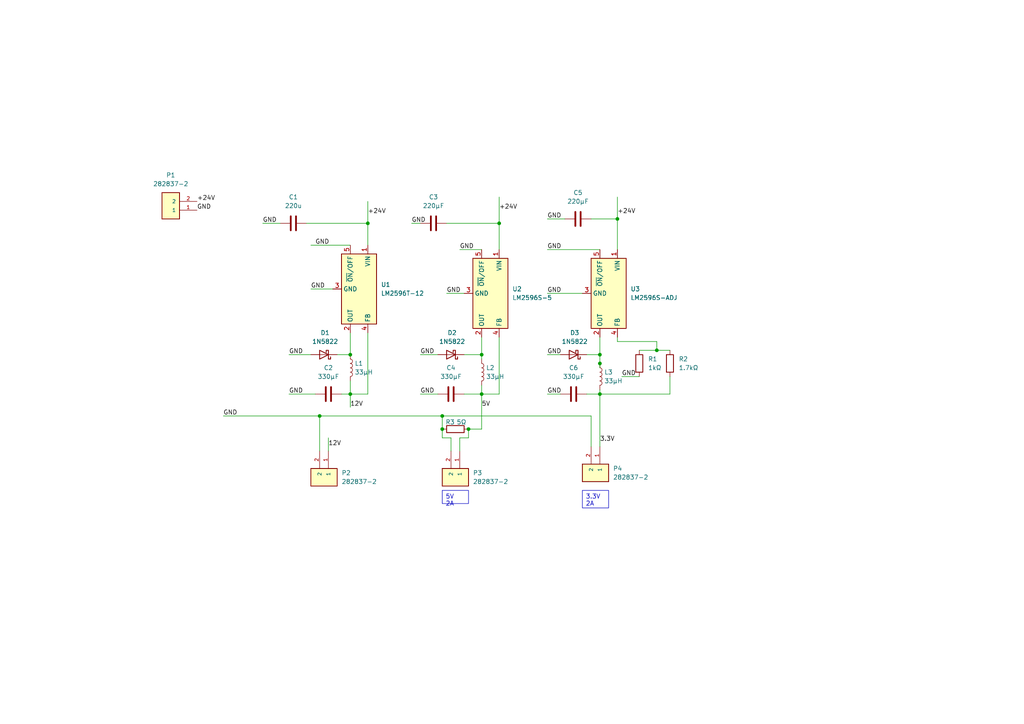
<source format=kicad_sch>
(kicad_sch
	(version 20250114)
	(generator "eeschema")
	(generator_version "9.0")
	(uuid "21a09cec-d1c3-4a51-9898-cf93d6ecc42c")
	(paper "A4")
	(lib_symbols
		(symbol "2pin_screwterminal:282837-2"
			(pin_names
				(offset 1.016)
			)
			(exclude_from_sim no)
			(in_bom yes)
			(on_board yes)
			(property "Reference" "P"
				(at -2.5406 2.5438 0)
				(effects
					(font
						(size 1.27 1.27)
					)
					(justify left bottom)
				)
			)
			(property "Value" "282837-2"
				(at -2.5424 -6.3745 0)
				(effects
					(font
						(size 1.27 1.27)
					)
					(justify left bottom)
				)
			)
			(property "Footprint" "282837-2:TE_282837-2"
				(at 0 0 0)
				(effects
					(font
						(size 1.27 1.27)
					)
					(justify bottom)
					(hide yes)
				)
			)
			(property "Datasheet" ""
				(at 0 0 0)
				(effects
					(font
						(size 1.27 1.27)
					)
					(hide yes)
				)
			)
			(property "Description" "TERMINAL BLOCK 3.5MM 2POS PCB"
				(at 0 0 0)
				(effects
					(font
						(size 1.27 1.27)
					)
					(justify bottom)
					(hide yes)
				)
			)
			(property "Comment" "282837-2"
				(at 0 0 0)
				(effects
					(font
						(size 1.27 1.27)
					)
					(justify bottom)
					(hide yes)
				)
			)
			(property "MF" "TE Connectivity"
				(at 0 0 0)
				(effects
					(font
						(size 1.27 1.27)
					)
					(justify bottom)
					(hide yes)
				)
			)
			(property "PACKAGE" "None"
				(at 0 0 0)
				(effects
					(font
						(size 1.27 1.27)
					)
					(justify bottom)
					(hide yes)
				)
			)
			(property "PRICE" "0.28 USD"
				(at 0 0 0)
				(effects
					(font
						(size 1.27 1.27)
					)
					(justify bottom)
					(hide yes)
				)
			)
			(property "Package" "None"
				(at 0 0 0)
				(effects
					(font
						(size 1.27 1.27)
					)
					(justify bottom)
					(hide yes)
				)
			)
			(property "Check_prices" "https://www.snapeda.com/parts/282837-2/TE+Connectivity+AMP+Connectors/view-part/?ref=eda"
				(at 0 0 0)
				(effects
					(font
						(size 1.27 1.27)
					)
					(justify bottom)
					(hide yes)
				)
			)
			(property "Price" "None"
				(at 0 0 0)
				(effects
					(font
						(size 1.27 1.27)
					)
					(justify bottom)
					(hide yes)
				)
			)
			(property "PARTREV" "G3"
				(at 0 0 0)
				(effects
					(font
						(size 1.27 1.27)
					)
					(justify bottom)
					(hide yes)
				)
			)
			(property "SnapEDA_Link" "https://www.snapeda.com/parts/282837-2/TE+Connectivity+AMP+Connectors/view-part/?ref=snap"
				(at 0 0 0)
				(effects
					(font
						(size 1.27 1.27)
					)
					(justify bottom)
					(hide yes)
				)
			)
			(property "MP" "282837-2"
				(at 0 0 0)
				(effects
					(font
						(size 1.27 1.27)
					)
					(justify bottom)
					(hide yes)
				)
			)
			(property "Availability" "In Stock"
				(at 0 0 0)
				(effects
					(font
						(size 1.27 1.27)
					)
					(justify bottom)
					(hide yes)
				)
			)
			(property "AVAILABILITY" "Good"
				(at 0 0 0)
				(effects
					(font
						(size 1.27 1.27)
					)
					(justify bottom)
					(hide yes)
				)
			)
			(property "Description_1" "\nTerminal Block Connector Wire Receptacle 2 5.08 mm 30-16 AWG Green 13.5 A 250 V | TE Connectivity 282837-2\n"
				(at 0 0 0)
				(effects
					(font
						(size 1.27 1.27)
					)
					(justify bottom)
					(hide yes)
				)
			)
			(symbol "282837-2_0_0"
				(rectangle
					(start -2.54 -5.08)
					(end 2.54 2.54)
					(stroke
						(width 0.254)
						(type default)
					)
					(fill
						(type background)
					)
				)
				(pin passive line
					(at -7.62 0 0)
					(length 5.08)
					(name "1"
						(effects
							(font
								(size 1.016 1.016)
							)
						)
					)
					(number "1"
						(effects
							(font
								(size 1.016 1.016)
							)
						)
					)
				)
				(pin passive line
					(at -7.62 -2.54 0)
					(length 5.08)
					(name "2"
						(effects
							(font
								(size 1.016 1.016)
							)
						)
					)
					(number "2"
						(effects
							(font
								(size 1.016 1.016)
							)
						)
					)
				)
			)
			(embedded_fonts no)
		)
		(symbol "Device:C"
			(pin_numbers
				(hide yes)
			)
			(pin_names
				(offset 0.254)
			)
			(exclude_from_sim no)
			(in_bom yes)
			(on_board yes)
			(property "Reference" "C"
				(at 0.635 2.54 0)
				(effects
					(font
						(size 1.27 1.27)
					)
					(justify left)
				)
			)
			(property "Value" "C"
				(at 0.635 -2.54 0)
				(effects
					(font
						(size 1.27 1.27)
					)
					(justify left)
				)
			)
			(property "Footprint" ""
				(at 0.9652 -3.81 0)
				(effects
					(font
						(size 1.27 1.27)
					)
					(hide yes)
				)
			)
			(property "Datasheet" "~"
				(at 0 0 0)
				(effects
					(font
						(size 1.27 1.27)
					)
					(hide yes)
				)
			)
			(property "Description" "Unpolarized capacitor"
				(at 0 0 0)
				(effects
					(font
						(size 1.27 1.27)
					)
					(hide yes)
				)
			)
			(property "ki_keywords" "cap capacitor"
				(at 0 0 0)
				(effects
					(font
						(size 1.27 1.27)
					)
					(hide yes)
				)
			)
			(property "ki_fp_filters" "C_*"
				(at 0 0 0)
				(effects
					(font
						(size 1.27 1.27)
					)
					(hide yes)
				)
			)
			(symbol "C_0_1"
				(polyline
					(pts
						(xy -2.032 0.762) (xy 2.032 0.762)
					)
					(stroke
						(width 0.508)
						(type default)
					)
					(fill
						(type none)
					)
				)
				(polyline
					(pts
						(xy -2.032 -0.762) (xy 2.032 -0.762)
					)
					(stroke
						(width 0.508)
						(type default)
					)
					(fill
						(type none)
					)
				)
			)
			(symbol "C_1_1"
				(pin passive line
					(at 0 3.81 270)
					(length 2.794)
					(name "~"
						(effects
							(font
								(size 1.27 1.27)
							)
						)
					)
					(number "1"
						(effects
							(font
								(size 1.27 1.27)
							)
						)
					)
				)
				(pin passive line
					(at 0 -3.81 90)
					(length 2.794)
					(name "~"
						(effects
							(font
								(size 1.27 1.27)
							)
						)
					)
					(number "2"
						(effects
							(font
								(size 1.27 1.27)
							)
						)
					)
				)
			)
			(embedded_fonts no)
		)
		(symbol "Device:L"
			(pin_numbers
				(hide yes)
			)
			(pin_names
				(offset 1.016)
				(hide yes)
			)
			(exclude_from_sim no)
			(in_bom yes)
			(on_board yes)
			(property "Reference" "L"
				(at -1.27 0 90)
				(effects
					(font
						(size 1.27 1.27)
					)
				)
			)
			(property "Value" "L"
				(at 1.905 0 90)
				(effects
					(font
						(size 1.27 1.27)
					)
				)
			)
			(property "Footprint" ""
				(at 0 0 0)
				(effects
					(font
						(size 1.27 1.27)
					)
					(hide yes)
				)
			)
			(property "Datasheet" "~"
				(at 0 0 0)
				(effects
					(font
						(size 1.27 1.27)
					)
					(hide yes)
				)
			)
			(property "Description" "Inductor"
				(at 0 0 0)
				(effects
					(font
						(size 1.27 1.27)
					)
					(hide yes)
				)
			)
			(property "ki_keywords" "inductor choke coil reactor magnetic"
				(at 0 0 0)
				(effects
					(font
						(size 1.27 1.27)
					)
					(hide yes)
				)
			)
			(property "ki_fp_filters" "Choke_* *Coil* Inductor_* L_*"
				(at 0 0 0)
				(effects
					(font
						(size 1.27 1.27)
					)
					(hide yes)
				)
			)
			(symbol "L_0_1"
				(arc
					(start 0 2.54)
					(mid 0.6323 1.905)
					(end 0 1.27)
					(stroke
						(width 0)
						(type default)
					)
					(fill
						(type none)
					)
				)
				(arc
					(start 0 1.27)
					(mid 0.6323 0.635)
					(end 0 0)
					(stroke
						(width 0)
						(type default)
					)
					(fill
						(type none)
					)
				)
				(arc
					(start 0 0)
					(mid 0.6323 -0.635)
					(end 0 -1.27)
					(stroke
						(width 0)
						(type default)
					)
					(fill
						(type none)
					)
				)
				(arc
					(start 0 -1.27)
					(mid 0.6323 -1.905)
					(end 0 -2.54)
					(stroke
						(width 0)
						(type default)
					)
					(fill
						(type none)
					)
				)
			)
			(symbol "L_1_1"
				(pin passive line
					(at 0 3.81 270)
					(length 1.27)
					(name "1"
						(effects
							(font
								(size 1.27 1.27)
							)
						)
					)
					(number "1"
						(effects
							(font
								(size 1.27 1.27)
							)
						)
					)
				)
				(pin passive line
					(at 0 -3.81 90)
					(length 1.27)
					(name "2"
						(effects
							(font
								(size 1.27 1.27)
							)
						)
					)
					(number "2"
						(effects
							(font
								(size 1.27 1.27)
							)
						)
					)
				)
			)
			(embedded_fonts no)
		)
		(symbol "Device:R"
			(pin_numbers
				(hide yes)
			)
			(pin_names
				(offset 0)
			)
			(exclude_from_sim no)
			(in_bom yes)
			(on_board yes)
			(property "Reference" "R"
				(at 2.032 0 90)
				(effects
					(font
						(size 1.27 1.27)
					)
				)
			)
			(property "Value" "R"
				(at 0 0 90)
				(effects
					(font
						(size 1.27 1.27)
					)
				)
			)
			(property "Footprint" ""
				(at -1.778 0 90)
				(effects
					(font
						(size 1.27 1.27)
					)
					(hide yes)
				)
			)
			(property "Datasheet" "~"
				(at 0 0 0)
				(effects
					(font
						(size 1.27 1.27)
					)
					(hide yes)
				)
			)
			(property "Description" "Resistor"
				(at 0 0 0)
				(effects
					(font
						(size 1.27 1.27)
					)
					(hide yes)
				)
			)
			(property "ki_keywords" "R res resistor"
				(at 0 0 0)
				(effects
					(font
						(size 1.27 1.27)
					)
					(hide yes)
				)
			)
			(property "ki_fp_filters" "R_*"
				(at 0 0 0)
				(effects
					(font
						(size 1.27 1.27)
					)
					(hide yes)
				)
			)
			(symbol "R_0_1"
				(rectangle
					(start -1.016 -2.54)
					(end 1.016 2.54)
					(stroke
						(width 0.254)
						(type default)
					)
					(fill
						(type none)
					)
				)
			)
			(symbol "R_1_1"
				(pin passive line
					(at 0 3.81 270)
					(length 1.27)
					(name "~"
						(effects
							(font
								(size 1.27 1.27)
							)
						)
					)
					(number "1"
						(effects
							(font
								(size 1.27 1.27)
							)
						)
					)
				)
				(pin passive line
					(at 0 -3.81 90)
					(length 1.27)
					(name "~"
						(effects
							(font
								(size 1.27 1.27)
							)
						)
					)
					(number "2"
						(effects
							(font
								(size 1.27 1.27)
							)
						)
					)
				)
			)
			(embedded_fonts no)
		)
		(symbol "Diode:1N5822"
			(pin_numbers
				(hide yes)
			)
			(pin_names
				(offset 1.016)
				(hide yes)
			)
			(exclude_from_sim no)
			(in_bom yes)
			(on_board yes)
			(property "Reference" "D"
				(at 0 2.54 0)
				(effects
					(font
						(size 1.27 1.27)
					)
				)
			)
			(property "Value" "1N5822"
				(at 0 -2.54 0)
				(effects
					(font
						(size 1.27 1.27)
					)
				)
			)
			(property "Footprint" "Diode_THT:D_DO-201AD_P15.24mm_Horizontal"
				(at 0 -4.445 0)
				(effects
					(font
						(size 1.27 1.27)
					)
					(hide yes)
				)
			)
			(property "Datasheet" "http://www.vishay.com/docs/88526/1n5820.pdf"
				(at 0 0 0)
				(effects
					(font
						(size 1.27 1.27)
					)
					(hide yes)
				)
			)
			(property "Description" "40V 3A Schottky Barrier Rectifier Diode, DO-201AD"
				(at 0 0 0)
				(effects
					(font
						(size 1.27 1.27)
					)
					(hide yes)
				)
			)
			(property "ki_keywords" "diode Schottky"
				(at 0 0 0)
				(effects
					(font
						(size 1.27 1.27)
					)
					(hide yes)
				)
			)
			(property "ki_fp_filters" "D*DO?201AD*"
				(at 0 0 0)
				(effects
					(font
						(size 1.27 1.27)
					)
					(hide yes)
				)
			)
			(symbol "1N5822_0_1"
				(polyline
					(pts
						(xy -1.905 0.635) (xy -1.905 1.27) (xy -1.27 1.27) (xy -1.27 -1.27) (xy -0.635 -1.27) (xy -0.635 -0.635)
					)
					(stroke
						(width 0.254)
						(type default)
					)
					(fill
						(type none)
					)
				)
				(polyline
					(pts
						(xy 1.27 1.27) (xy 1.27 -1.27) (xy -1.27 0) (xy 1.27 1.27)
					)
					(stroke
						(width 0.254)
						(type default)
					)
					(fill
						(type none)
					)
				)
				(polyline
					(pts
						(xy 1.27 0) (xy -1.27 0)
					)
					(stroke
						(width 0)
						(type default)
					)
					(fill
						(type none)
					)
				)
			)
			(symbol "1N5822_1_1"
				(pin passive line
					(at -3.81 0 0)
					(length 2.54)
					(name "K"
						(effects
							(font
								(size 1.27 1.27)
							)
						)
					)
					(number "1"
						(effects
							(font
								(size 1.27 1.27)
							)
						)
					)
				)
				(pin passive line
					(at 3.81 0 180)
					(length 2.54)
					(name "A"
						(effects
							(font
								(size 1.27 1.27)
							)
						)
					)
					(number "2"
						(effects
							(font
								(size 1.27 1.27)
							)
						)
					)
				)
			)
			(embedded_fonts no)
		)
		(symbol "Regulator_Switching:LM2596S-5"
			(exclude_from_sim no)
			(in_bom yes)
			(on_board yes)
			(property "Reference" "U"
				(at -10.16 6.35 0)
				(effects
					(font
						(size 1.27 1.27)
					)
					(justify left)
				)
			)
			(property "Value" "LM2596S-5"
				(at 0 6.35 0)
				(effects
					(font
						(size 1.27 1.27)
					)
					(justify left)
				)
			)
			(property "Footprint" "Package_TO_SOT_SMD:TO-263-5_TabPin3"
				(at 1.27 -6.35 0)
				(effects
					(font
						(size 1.27 1.27)
						(italic yes)
					)
					(justify left)
					(hide yes)
				)
			)
			(property "Datasheet" "http://www.ti.com/lit/ds/symlink/lm2596.pdf"
				(at 0 0 0)
				(effects
					(font
						(size 1.27 1.27)
					)
					(hide yes)
				)
			)
			(property "Description" "5V 3A Step-Down Voltage Regulator, TO-263"
				(at 0 0 0)
				(effects
					(font
						(size 1.27 1.27)
					)
					(hide yes)
				)
			)
			(property "ki_keywords" "Step-Down Voltage Regulator 5V 3A"
				(at 0 0 0)
				(effects
					(font
						(size 1.27 1.27)
					)
					(hide yes)
				)
			)
			(property "ki_fp_filters" "TO?263*"
				(at 0 0 0)
				(effects
					(font
						(size 1.27 1.27)
					)
					(hide yes)
				)
			)
			(symbol "LM2596S-5_0_1"
				(rectangle
					(start -10.16 5.08)
					(end 10.16 -5.08)
					(stroke
						(width 0.254)
						(type default)
					)
					(fill
						(type background)
					)
				)
			)
			(symbol "LM2596S-5_1_1"
				(pin power_in line
					(at -12.7 2.54 0)
					(length 2.54)
					(name "VIN"
						(effects
							(font
								(size 1.27 1.27)
							)
						)
					)
					(number "1"
						(effects
							(font
								(size 1.27 1.27)
							)
						)
					)
				)
				(pin input line
					(at -12.7 -2.54 0)
					(length 2.54)
					(name "~{ON}/OFF"
						(effects
							(font
								(size 1.27 1.27)
							)
						)
					)
					(number "5"
						(effects
							(font
								(size 1.27 1.27)
							)
						)
					)
				)
				(pin power_in line
					(at 0 -7.62 90)
					(length 2.54)
					(name "GND"
						(effects
							(font
								(size 1.27 1.27)
							)
						)
					)
					(number "3"
						(effects
							(font
								(size 1.27 1.27)
							)
						)
					)
				)
				(pin input line
					(at 12.7 2.54 180)
					(length 2.54)
					(name "FB"
						(effects
							(font
								(size 1.27 1.27)
							)
						)
					)
					(number "4"
						(effects
							(font
								(size 1.27 1.27)
							)
						)
					)
				)
				(pin output line
					(at 12.7 -2.54 180)
					(length 2.54)
					(name "OUT"
						(effects
							(font
								(size 1.27 1.27)
							)
						)
					)
					(number "2"
						(effects
							(font
								(size 1.27 1.27)
							)
						)
					)
				)
			)
			(embedded_fonts no)
		)
		(symbol "Regulator_Switching:LM2596S-ADJ"
			(exclude_from_sim no)
			(in_bom yes)
			(on_board yes)
			(property "Reference" "U"
				(at -10.16 6.35 0)
				(effects
					(font
						(size 1.27 1.27)
					)
					(justify left)
				)
			)
			(property "Value" "LM2596S-ADJ"
				(at 0 6.35 0)
				(effects
					(font
						(size 1.27 1.27)
					)
					(justify left)
				)
			)
			(property "Footprint" "Package_TO_SOT_SMD:TO-263-5_TabPin3"
				(at 1.27 -6.35 0)
				(effects
					(font
						(size 1.27 1.27)
						(italic yes)
					)
					(justify left)
					(hide yes)
				)
			)
			(property "Datasheet" "http://www.ti.com/lit/ds/symlink/lm2596.pdf"
				(at 0 0 0)
				(effects
					(font
						(size 1.27 1.27)
					)
					(hide yes)
				)
			)
			(property "Description" "Adjustable 3A Step-Down Voltage Regulator, TO-263"
				(at 0 0 0)
				(effects
					(font
						(size 1.27 1.27)
					)
					(hide yes)
				)
			)
			(property "ki_keywords" "Step-Down Voltage Regulator Adjustable 3A"
				(at 0 0 0)
				(effects
					(font
						(size 1.27 1.27)
					)
					(hide yes)
				)
			)
			(property "ki_fp_filters" "TO?263*"
				(at 0 0 0)
				(effects
					(font
						(size 1.27 1.27)
					)
					(hide yes)
				)
			)
			(symbol "LM2596S-ADJ_0_1"
				(rectangle
					(start -10.16 5.08)
					(end 10.16 -5.08)
					(stroke
						(width 0.254)
						(type default)
					)
					(fill
						(type background)
					)
				)
			)
			(symbol "LM2596S-ADJ_1_1"
				(pin power_in line
					(at -12.7 2.54 0)
					(length 2.54)
					(name "VIN"
						(effects
							(font
								(size 1.27 1.27)
							)
						)
					)
					(number "1"
						(effects
							(font
								(size 1.27 1.27)
							)
						)
					)
				)
				(pin input line
					(at -12.7 -2.54 0)
					(length 2.54)
					(name "~{ON}/OFF"
						(effects
							(font
								(size 1.27 1.27)
							)
						)
					)
					(number "5"
						(effects
							(font
								(size 1.27 1.27)
							)
						)
					)
				)
				(pin power_in line
					(at 0 -7.62 90)
					(length 2.54)
					(name "GND"
						(effects
							(font
								(size 1.27 1.27)
							)
						)
					)
					(number "3"
						(effects
							(font
								(size 1.27 1.27)
							)
						)
					)
				)
				(pin input line
					(at 12.7 2.54 180)
					(length 2.54)
					(name "FB"
						(effects
							(font
								(size 1.27 1.27)
							)
						)
					)
					(number "4"
						(effects
							(font
								(size 1.27 1.27)
							)
						)
					)
				)
				(pin output line
					(at 12.7 -2.54 180)
					(length 2.54)
					(name "OUT"
						(effects
							(font
								(size 1.27 1.27)
							)
						)
					)
					(number "2"
						(effects
							(font
								(size 1.27 1.27)
							)
						)
					)
				)
			)
			(embedded_fonts no)
		)
		(symbol "Regulator_Switching:LM2596T-12"
			(exclude_from_sim no)
			(in_bom yes)
			(on_board yes)
			(property "Reference" "U"
				(at -10.16 6.35 0)
				(effects
					(font
						(size 1.27 1.27)
					)
					(justify left)
				)
			)
			(property "Value" "LM2596T-12"
				(at 0 6.35 0)
				(effects
					(font
						(size 1.27 1.27)
					)
					(justify left)
				)
			)
			(property "Footprint" "Package_TO_SOT_THT:TO-220-5_P3.4x3.7mm_StaggerOdd_Lead3.8mm_Vertical"
				(at 1.27 -6.35 0)
				(effects
					(font
						(size 1.27 1.27)
						(italic yes)
					)
					(justify left)
					(hide yes)
				)
			)
			(property "Datasheet" "http://www.ti.com/lit/ds/symlink/lm2596.pdf"
				(at 0 0 0)
				(effects
					(font
						(size 1.27 1.27)
					)
					(hide yes)
				)
			)
			(property "Description" "12V 3A 150kHz Step-Down Voltage Regulator, TO-220"
				(at 0 0 0)
				(effects
					(font
						(size 1.27 1.27)
					)
					(hide yes)
				)
			)
			(property "ki_keywords" "Step-Down Voltage Regulator 12V 3A"
				(at 0 0 0)
				(effects
					(font
						(size 1.27 1.27)
					)
					(hide yes)
				)
			)
			(property "ki_fp_filters" "TO?220*"
				(at 0 0 0)
				(effects
					(font
						(size 1.27 1.27)
					)
					(hide yes)
				)
			)
			(symbol "LM2596T-12_0_1"
				(rectangle
					(start -10.16 5.08)
					(end 10.16 -5.08)
					(stroke
						(width 0.254)
						(type default)
					)
					(fill
						(type background)
					)
				)
			)
			(symbol "LM2596T-12_1_1"
				(pin power_in line
					(at -12.7 2.54 0)
					(length 2.54)
					(name "VIN"
						(effects
							(font
								(size 1.27 1.27)
							)
						)
					)
					(number "1"
						(effects
							(font
								(size 1.27 1.27)
							)
						)
					)
				)
				(pin input line
					(at -12.7 -2.54 0)
					(length 2.54)
					(name "~{ON}/OFF"
						(effects
							(font
								(size 1.27 1.27)
							)
						)
					)
					(number "5"
						(effects
							(font
								(size 1.27 1.27)
							)
						)
					)
				)
				(pin power_in line
					(at 0 -7.62 90)
					(length 2.54)
					(name "GND"
						(effects
							(font
								(size 1.27 1.27)
							)
						)
					)
					(number "3"
						(effects
							(font
								(size 1.27 1.27)
							)
						)
					)
				)
				(pin input line
					(at 12.7 2.54 180)
					(length 2.54)
					(name "FB"
						(effects
							(font
								(size 1.27 1.27)
							)
						)
					)
					(number "4"
						(effects
							(font
								(size 1.27 1.27)
							)
						)
					)
				)
				(pin output line
					(at 12.7 -2.54 180)
					(length 2.54)
					(name "OUT"
						(effects
							(font
								(size 1.27 1.27)
							)
						)
					)
					(number "2"
						(effects
							(font
								(size 1.27 1.27)
							)
						)
					)
				)
			)
			(embedded_fonts no)
		)
	)
	(text_box "3.3V 2A"
		(exclude_from_sim no)
		(at 168.91 142.24 0)
		(size 7.62 5.08)
		(margins 0.9525 0.9525 0.9525 0.9525)
		(stroke
			(width 0)
			(type default)
		)
		(fill
			(type none)
		)
		(effects
			(font
				(size 1.27 1.27)
			)
			(justify left top)
		)
		(uuid "a063222e-0c8e-45cc-bd4c-4a982def0b27")
	)
	(text_box "5V 2A"
		(exclude_from_sim no)
		(at 128.27 142.24 0)
		(size 7.62 3.81)
		(margins 0.9525 0.9525 0.9525 0.9525)
		(stroke
			(width 0)
			(type default)
		)
		(fill
			(type none)
		)
		(effects
			(font
				(size 1.27 1.27)
			)
			(justify left top)
		)
		(uuid "c6d20e08-0897-4ecc-8aca-751658f4214e")
	)
	(junction
		(at 173.99 114.3)
		(diameter 0)
		(color 0 0 0 0)
		(uuid "18759586-3009-4add-9953-61f105dbb026")
	)
	(junction
		(at 128.27 120.65)
		(diameter 0)
		(color 0 0 0 0)
		(uuid "2f1f568f-5db5-44f9-8378-be8032d7b207")
	)
	(junction
		(at 101.6 102.87)
		(diameter 0)
		(color 0 0 0 0)
		(uuid "3cc0a1f6-f6db-450f-af42-8a6590c8b52b")
	)
	(junction
		(at 101.6 114.3)
		(diameter 0)
		(color 0 0 0 0)
		(uuid "43436a54-7440-4055-b76b-024f150d9c42")
	)
	(junction
		(at 128.27 124.46)
		(diameter 0)
		(color 0 0 0 0)
		(uuid "53b34210-e9c2-438e-a465-9b57a15802b3")
	)
	(junction
		(at 139.7 114.3)
		(diameter 0)
		(color 0 0 0 0)
		(uuid "54ebd7e1-5ab3-437e-ac30-6e32fb475589")
	)
	(junction
		(at 139.7 102.87)
		(diameter 0)
		(color 0 0 0 0)
		(uuid "5acf0101-a325-4004-8864-fcf680f0e4ff")
	)
	(junction
		(at 173.99 102.87)
		(diameter 0)
		(color 0 0 0 0)
		(uuid "66752871-0bc5-468d-b845-2c345c70cd6e")
	)
	(junction
		(at 173.99 105.41)
		(diameter 0)
		(color 0 0 0 0)
		(uuid "77231925-fc70-4984-a881-8e8c61c66481")
	)
	(junction
		(at 106.68 64.77)
		(diameter 0)
		(color 0 0 0 0)
		(uuid "8015ef20-258c-4cff-aba1-b5b56401c872")
	)
	(junction
		(at 190.5 101.6)
		(diameter 0)
		(color 0 0 0 0)
		(uuid "80dbbbe5-0342-46b7-ab33-5d8ee7eb06ca")
	)
	(junction
		(at 179.07 63.5)
		(diameter 0)
		(color 0 0 0 0)
		(uuid "a8cbb749-897c-41ee-8cee-835a99f332c1")
	)
	(junction
		(at 144.78 64.77)
		(diameter 0)
		(color 0 0 0 0)
		(uuid "dcdf58f4-ccfd-477d-8814-4a2f8c475b1d")
	)
	(junction
		(at 135.89 124.46)
		(diameter 0)
		(color 0 0 0 0)
		(uuid "ddc0fee2-d666-4ec7-8e9b-fa42dfac5d57")
	)
	(junction
		(at 92.71 120.65)
		(diameter 0)
		(color 0 0 0 0)
		(uuid "f1bee47c-a66a-4871-8a21-4e2ce0308e1a")
	)
	(wire
		(pts
			(xy 173.99 114.3) (xy 194.31 114.3)
		)
		(stroke
			(width 0)
			(type default)
		)
		(uuid "0253c6b9-4fe1-415b-8e0e-85f35ffc1b3e")
	)
	(wire
		(pts
			(xy 135.89 124.46) (xy 135.89 127)
		)
		(stroke
			(width 0)
			(type default)
		)
		(uuid "02d2b352-f7a8-44c3-8dd7-10c2a62a3d74")
	)
	(wire
		(pts
			(xy 95.25 127) (xy 95.25 130.81)
		)
		(stroke
			(width 0)
			(type default)
		)
		(uuid "0784ee5c-f9b4-4186-ad5c-97f775e430c7")
	)
	(wire
		(pts
			(xy 170.18 114.3) (xy 173.99 114.3)
		)
		(stroke
			(width 0)
			(type default)
		)
		(uuid "07a40c30-430f-4880-b992-2955332454df")
	)
	(wire
		(pts
			(xy 173.99 114.3) (xy 173.99 129.54)
		)
		(stroke
			(width 0)
			(type default)
		)
		(uuid "0b519251-ec6e-4828-bbf9-77757b013fd9")
	)
	(wire
		(pts
			(xy 129.54 64.77) (xy 144.78 64.77)
		)
		(stroke
			(width 0)
			(type default)
		)
		(uuid "0ee185a6-f370-43f2-bf11-dd5e52a9798f")
	)
	(wire
		(pts
			(xy 128.27 124.46) (xy 128.27 127)
		)
		(stroke
			(width 0)
			(type default)
		)
		(uuid "0f9f98a3-e5bd-422f-8791-1d1bef357590")
	)
	(wire
		(pts
			(xy 83.82 114.3) (xy 91.44 114.3)
		)
		(stroke
			(width 0)
			(type default)
		)
		(uuid "11867284-5b88-488f-aad9-d9a13ae31e3c")
	)
	(wire
		(pts
			(xy 134.62 102.87) (xy 139.7 102.87)
		)
		(stroke
			(width 0)
			(type default)
		)
		(uuid "133321a1-d638-44f4-876e-affa1ae71ff2")
	)
	(wire
		(pts
			(xy 170.18 102.87) (xy 173.99 102.87)
		)
		(stroke
			(width 0)
			(type default)
		)
		(uuid "13fc43a6-c94c-49ee-835d-8f8ef6645d09")
	)
	(wire
		(pts
			(xy 173.99 114.3) (xy 173.99 113.03)
		)
		(stroke
			(width 0)
			(type default)
		)
		(uuid "182c8968-1322-4fce-9e6c-ae4be61645aa")
	)
	(wire
		(pts
			(xy 90.17 83.82) (xy 96.52 83.82)
		)
		(stroke
			(width 0)
			(type default)
		)
		(uuid "22dceff5-7611-456f-8f47-9082ffa2f0f4")
	)
	(wire
		(pts
			(xy 139.7 114.3) (xy 139.7 124.46)
		)
		(stroke
			(width 0)
			(type default)
		)
		(uuid "23542e34-2401-411e-ac64-3aafd113a5f2")
	)
	(wire
		(pts
			(xy 180.34 109.22) (xy 185.42 109.22)
		)
		(stroke
			(width 0)
			(type default)
		)
		(uuid "26c7800c-32ce-4221-a250-281e303f9dd9")
	)
	(wire
		(pts
			(xy 92.71 120.65) (xy 92.71 130.81)
		)
		(stroke
			(width 0)
			(type default)
		)
		(uuid "29e2bd99-ee43-48a6-8dfa-e599373b08f5")
	)
	(wire
		(pts
			(xy 179.07 99.06) (xy 190.5 99.06)
		)
		(stroke
			(width 0)
			(type default)
		)
		(uuid "2d134302-11d5-4990-80a5-903564c03b00")
	)
	(wire
		(pts
			(xy 144.78 57.15) (xy 144.78 64.77)
		)
		(stroke
			(width 0)
			(type default)
		)
		(uuid "327063e4-0942-49c9-908f-ef03f32116da")
	)
	(wire
		(pts
			(xy 158.75 102.87) (xy 162.56 102.87)
		)
		(stroke
			(width 0)
			(type default)
		)
		(uuid "37809d7a-4378-41c9-a30d-080f86443c86")
	)
	(wire
		(pts
			(xy 83.82 102.87) (xy 90.17 102.87)
		)
		(stroke
			(width 0)
			(type default)
		)
		(uuid "3eb3a97d-602b-42bc-9501-f1f95da5bcbe")
	)
	(wire
		(pts
			(xy 194.31 109.22) (xy 194.31 114.3)
		)
		(stroke
			(width 0)
			(type default)
		)
		(uuid "44bc729b-28ab-4f7e-b015-161881fa3599")
	)
	(wire
		(pts
			(xy 190.5 101.6) (xy 190.5 99.06)
		)
		(stroke
			(width 0)
			(type default)
		)
		(uuid "4f66c350-01dd-4f2d-9407-9a6977272600")
	)
	(wire
		(pts
			(xy 99.06 114.3) (xy 101.6 114.3)
		)
		(stroke
			(width 0)
			(type default)
		)
		(uuid "4fe5a72a-225e-4b43-9479-8318d917070a")
	)
	(wire
		(pts
			(xy 101.6 114.3) (xy 101.6 118.11)
		)
		(stroke
			(width 0)
			(type default)
		)
		(uuid "519030ac-369a-4794-83b2-3930a6af8f39")
	)
	(wire
		(pts
			(xy 139.7 111.76) (xy 139.7 114.3)
		)
		(stroke
			(width 0)
			(type default)
		)
		(uuid "5646bb38-4343-49f6-8fa7-7aa9f3257691")
	)
	(wire
		(pts
			(xy 133.35 72.39) (xy 139.7 72.39)
		)
		(stroke
			(width 0)
			(type default)
		)
		(uuid "57500099-50e1-45e7-b8b7-9c942da8bbe4")
	)
	(wire
		(pts
			(xy 106.68 114.3) (xy 101.6 114.3)
		)
		(stroke
			(width 0)
			(type default)
		)
		(uuid "57c1b09c-ca8b-4f78-ac97-b7547312bd66")
	)
	(wire
		(pts
			(xy 144.78 114.3) (xy 144.78 97.79)
		)
		(stroke
			(width 0)
			(type default)
		)
		(uuid "5ce4599e-ac92-474d-be5b-eec795c22779")
	)
	(wire
		(pts
			(xy 171.45 63.5) (xy 179.07 63.5)
		)
		(stroke
			(width 0)
			(type default)
		)
		(uuid "5ee351fa-64f8-43af-b90e-b6372785f04a")
	)
	(wire
		(pts
			(xy 139.7 114.3) (xy 144.78 114.3)
		)
		(stroke
			(width 0)
			(type default)
		)
		(uuid "670a3d7d-b5a0-4f86-a792-3bc69cd1c5eb")
	)
	(wire
		(pts
			(xy 90.17 71.12) (xy 101.6 71.12)
		)
		(stroke
			(width 0)
			(type default)
		)
		(uuid "6a315ebc-bbf6-41f8-b367-489a1fd279a2")
	)
	(wire
		(pts
			(xy 64.77 120.65) (xy 92.71 120.65)
		)
		(stroke
			(width 0)
			(type default)
		)
		(uuid "6b6f314f-9197-4ca3-917d-f46395397d48")
	)
	(wire
		(pts
			(xy 88.9 64.77) (xy 106.68 64.77)
		)
		(stroke
			(width 0)
			(type default)
		)
		(uuid "6c885f55-8237-4131-9827-8b6610d24e83")
	)
	(wire
		(pts
			(xy 119.38 64.77) (xy 121.92 64.77)
		)
		(stroke
			(width 0)
			(type default)
		)
		(uuid "72858eb8-f080-4711-a95c-3f0b7046738d")
	)
	(wire
		(pts
			(xy 139.7 97.79) (xy 139.7 102.87)
		)
		(stroke
			(width 0)
			(type default)
		)
		(uuid "73c4598d-8576-40ff-83f5-e803c9939746")
	)
	(wire
		(pts
			(xy 158.75 63.5) (xy 163.83 63.5)
		)
		(stroke
			(width 0)
			(type default)
		)
		(uuid "8075c4e9-3247-472b-ad71-5f8e02666c4e")
	)
	(wire
		(pts
			(xy 81.28 64.77) (xy 76.2 64.77)
		)
		(stroke
			(width 0)
			(type default)
		)
		(uuid "8d6a5a85-6e58-4e8e-a04f-304321502a05")
	)
	(wire
		(pts
			(xy 133.35 127) (xy 135.89 127)
		)
		(stroke
			(width 0)
			(type default)
		)
		(uuid "8f07ac59-46a9-4501-a736-8b5d2a94d092")
	)
	(wire
		(pts
			(xy 97.79 102.87) (xy 101.6 102.87)
		)
		(stroke
			(width 0)
			(type default)
		)
		(uuid "9029778d-2c8a-44f0-85a5-5809c8a01a6c")
	)
	(wire
		(pts
			(xy 101.6 96.52) (xy 101.6 102.87)
		)
		(stroke
			(width 0)
			(type default)
		)
		(uuid "9163c506-feed-4377-bb8f-b28bde80d655")
	)
	(wire
		(pts
			(xy 101.6 110.49) (xy 101.6 114.3)
		)
		(stroke
			(width 0)
			(type default)
		)
		(uuid "938a177f-aaa3-4a7d-b34c-fa2d12defa29")
	)
	(wire
		(pts
			(xy 92.71 120.65) (xy 128.27 120.65)
		)
		(stroke
			(width 0)
			(type default)
		)
		(uuid "97cf32ce-067c-4c3f-bc9a-1a009428f2db")
	)
	(wire
		(pts
			(xy 173.99 72.39) (xy 158.75 72.39)
		)
		(stroke
			(width 0)
			(type default)
		)
		(uuid "9821ee3c-d9a5-4bc8-a248-e6e6e981980c")
	)
	(wire
		(pts
			(xy 179.07 57.15) (xy 179.07 63.5)
		)
		(stroke
			(width 0)
			(type default)
		)
		(uuid "9c14896c-7913-4923-a1f1-55e2b21c3b89")
	)
	(wire
		(pts
			(xy 173.99 105.41) (xy 173.99 106.68)
		)
		(stroke
			(width 0)
			(type default)
		)
		(uuid "9c336bfb-3c71-4502-ae11-4169932b2491")
	)
	(wire
		(pts
			(xy 179.07 99.06) (xy 179.07 97.79)
		)
		(stroke
			(width 0)
			(type default)
		)
		(uuid "9dde28e7-8674-43f5-9a9f-9d0497fcbf0f")
	)
	(wire
		(pts
			(xy 128.27 120.65) (xy 128.27 124.46)
		)
		(stroke
			(width 0)
			(type default)
		)
		(uuid "9f4b29c0-7eb5-41a7-8478-12de27ab38f9")
	)
	(wire
		(pts
			(xy 139.7 114.3) (xy 134.62 114.3)
		)
		(stroke
			(width 0)
			(type default)
		)
		(uuid "a41382df-2163-44a9-ad7d-712139aa4aea")
	)
	(wire
		(pts
			(xy 129.54 85.09) (xy 134.62 85.09)
		)
		(stroke
			(width 0)
			(type default)
		)
		(uuid "a4de5081-07ae-40a4-aa67-82868414e7a0")
	)
	(wire
		(pts
			(xy 158.75 114.3) (xy 162.56 114.3)
		)
		(stroke
			(width 0)
			(type default)
		)
		(uuid "a63b5012-5726-4558-88ba-b9dd2a2614f4")
	)
	(wire
		(pts
			(xy 139.7 102.87) (xy 139.7 104.14)
		)
		(stroke
			(width 0)
			(type default)
		)
		(uuid "a936cd51-246c-4a6a-a432-a88a2d9b7796")
	)
	(wire
		(pts
			(xy 106.68 96.52) (xy 106.68 114.3)
		)
		(stroke
			(width 0)
			(type default)
		)
		(uuid "b35ee6bd-f579-47ed-83e5-bf2575709205")
	)
	(wire
		(pts
			(xy 128.27 120.65) (xy 171.45 120.65)
		)
		(stroke
			(width 0)
			(type default)
		)
		(uuid "b8b39742-347f-4fa7-8870-c21b6ac06c0e")
	)
	(wire
		(pts
			(xy 190.5 101.6) (xy 194.31 101.6)
		)
		(stroke
			(width 0)
			(type default)
		)
		(uuid "c0c3310f-4e64-46be-8670-11a0e03a5c56")
	)
	(wire
		(pts
			(xy 179.07 63.5) (xy 179.07 72.39)
		)
		(stroke
			(width 0)
			(type default)
		)
		(uuid "c219cf90-ffd3-44d3-ad36-8c4cc8f72550")
	)
	(wire
		(pts
			(xy 158.75 85.09) (xy 168.91 85.09)
		)
		(stroke
			(width 0)
			(type default)
		)
		(uuid "c5224c30-3ef5-4382-bb2c-3b0718dede71")
	)
	(wire
		(pts
			(xy 121.92 102.87) (xy 127 102.87)
		)
		(stroke
			(width 0)
			(type default)
		)
		(uuid "c5b68026-e39a-4cf7-85f4-386b1ca68186")
	)
	(wire
		(pts
			(xy 139.7 124.46) (xy 135.89 124.46)
		)
		(stroke
			(width 0)
			(type default)
		)
		(uuid "c7f68036-017a-4f28-b5e8-bbffa34c5d17")
	)
	(wire
		(pts
			(xy 106.68 58.42) (xy 106.68 64.77)
		)
		(stroke
			(width 0)
			(type default)
		)
		(uuid "ce107ce1-a4dd-487c-af7c-9b4a8b351a39")
	)
	(wire
		(pts
			(xy 133.35 127) (xy 133.35 130.81)
		)
		(stroke
			(width 0)
			(type default)
		)
		(uuid "d76a9142-4066-4ba9-ab26-bfd71af18a38")
	)
	(wire
		(pts
			(xy 173.99 102.87) (xy 173.99 105.41)
		)
		(stroke
			(width 0)
			(type default)
		)
		(uuid "d9c0e860-01e1-4188-92e2-a032fec2337c")
	)
	(wire
		(pts
			(xy 128.27 127) (xy 130.81 127)
		)
		(stroke
			(width 0)
			(type default)
		)
		(uuid "e7cd0cf3-0c76-4092-afb7-d3be35756848")
	)
	(wire
		(pts
			(xy 144.78 64.77) (xy 144.78 72.39)
		)
		(stroke
			(width 0)
			(type default)
		)
		(uuid "e92ea8db-d585-4a50-9c99-6cc8871a7986")
	)
	(wire
		(pts
			(xy 130.81 127) (xy 130.81 130.81)
		)
		(stroke
			(width 0)
			(type default)
		)
		(uuid "ec3a6bf4-90a2-4f8e-b6c8-526b5ba85ce0")
	)
	(wire
		(pts
			(xy 171.45 120.65) (xy 171.45 129.54)
		)
		(stroke
			(width 0)
			(type default)
		)
		(uuid "ec92386d-ff5b-4316-ad46-0081e43e97ab")
	)
	(wire
		(pts
			(xy 121.92 114.3) (xy 127 114.3)
		)
		(stroke
			(width 0)
			(type default)
		)
		(uuid "edc73873-ba46-4ca8-bcef-ae8468202f1e")
	)
	(wire
		(pts
			(xy 185.42 101.6) (xy 190.5 101.6)
		)
		(stroke
			(width 0)
			(type default)
		)
		(uuid "f21341df-7385-4603-95e6-da4a38717a22")
	)
	(wire
		(pts
			(xy 106.68 64.77) (xy 106.68 71.12)
		)
		(stroke
			(width 0)
			(type default)
		)
		(uuid "f3146d58-1d9e-4361-b815-4fcf5f71d285")
	)
	(wire
		(pts
			(xy 173.99 97.79) (xy 173.99 102.87)
		)
		(stroke
			(width 0)
			(type default)
		)
		(uuid "fed9ddb3-8619-439c-b574-4b4f493beb45")
	)
	(label "GND"
		(at 158.75 63.5 0)
		(effects
			(font
				(size 1.27 1.27)
			)
			(justify left bottom)
		)
		(uuid "03b27305-c57c-48ba-83ef-9fe834af1d4d")
	)
	(label "GND"
		(at 64.77 120.65 0)
		(effects
			(font
				(size 1.27 1.27)
			)
			(justify left bottom)
		)
		(uuid "0ec0b9d9-18d9-4b87-8b17-2b3ac020ac1e")
	)
	(label "GND"
		(at 180.34 109.22 0)
		(effects
			(font
				(size 1.27 1.27)
			)
			(justify left bottom)
		)
		(uuid "1c617aba-7ee0-404b-b136-5cbd70d37055")
	)
	(label "12V"
		(at 95.25 129.54 0)
		(effects
			(font
				(size 1.27 1.27)
			)
			(justify left bottom)
		)
		(uuid "33174d6b-04ce-4358-97b5-8a386a8acd92")
	)
	(label "3.3V"
		(at 173.99 128.27 0)
		(effects
			(font
				(size 1.27 1.27)
			)
			(justify left bottom)
		)
		(uuid "36a1c088-9785-41e6-aba1-e52dddcc7ffd")
	)
	(label "GND"
		(at 129.54 85.09 0)
		(effects
			(font
				(size 1.27 1.27)
			)
			(justify left bottom)
		)
		(uuid "3e276677-2c3d-4c8a-a468-2869c662f78e")
	)
	(label "+24V"
		(at 179.07 62.23 0)
		(effects
			(font
				(size 1.27 1.27)
			)
			(justify left bottom)
		)
		(uuid "5da20d9a-a2bb-45e2-93db-7dba5446e707")
	)
	(label "+24V"
		(at 57.15 58.42 0)
		(effects
			(font
				(size 1.27 1.27)
			)
			(justify left bottom)
		)
		(uuid "6392a050-fd7a-4a90-a98b-71412df4a1ed")
	)
	(label "12V"
		(at 101.6 118.11 0)
		(effects
			(font
				(size 1.27 1.27)
			)
			(justify left bottom)
		)
		(uuid "672b4d46-65e2-4dc3-843b-19173ef13fe2")
	)
	(label "GND"
		(at 57.15 60.96 0)
		(effects
			(font
				(size 1.27 1.27)
			)
			(justify left bottom)
		)
		(uuid "67f46920-30ad-4792-b23f-53f64d45199d")
	)
	(label "GND"
		(at 83.82 102.87 0)
		(effects
			(font
				(size 1.27 1.27)
			)
			(justify left bottom)
		)
		(uuid "6ba54bb8-9b02-4b62-a46f-1cd01d673d41")
	)
	(label "GND"
		(at 121.92 114.3 0)
		(effects
			(font
				(size 1.27 1.27)
			)
			(justify left bottom)
		)
		(uuid "71c70b74-b982-4ef5-a137-4346350a36ad")
	)
	(label "5V"
		(at 139.7 118.11 0)
		(effects
			(font
				(size 1.27 1.27)
			)
			(justify left bottom)
		)
		(uuid "82047e00-573e-4f07-b559-eb3a65f10e13")
	)
	(label "GND"
		(at 121.92 102.87 0)
		(effects
			(font
				(size 1.27 1.27)
			)
			(justify left bottom)
		)
		(uuid "8e423d01-bd6f-4fec-a443-2798f08b25ac")
	)
	(label "GND"
		(at 133.35 72.39 0)
		(effects
			(font
				(size 1.27 1.27)
			)
			(justify left bottom)
		)
		(uuid "94fb3995-8437-4c81-9763-9e9d51226e79")
	)
	(label "GND"
		(at 90.17 83.82 0)
		(effects
			(font
				(size 1.27 1.27)
			)
			(justify left bottom)
		)
		(uuid "9df85fc6-e0d8-4d78-a7f4-efd07934ab2d")
	)
	(label "GND"
		(at 158.75 102.87 0)
		(effects
			(font
				(size 1.27 1.27)
			)
			(justify left bottom)
		)
		(uuid "a0e5ee16-b248-408b-bda2-e8252c947904")
	)
	(label "GND"
		(at 119.38 64.77 0)
		(effects
			(font
				(size 1.27 1.27)
			)
			(justify left bottom)
		)
		(uuid "a4078d8f-72a6-43b3-84c0-f1a60ee55a12")
	)
	(label "GND"
		(at 158.75 72.39 0)
		(effects
			(font
				(size 1.27 1.27)
			)
			(justify left bottom)
		)
		(uuid "b40b617e-24d5-49bd-9f6f-538dca925831")
	)
	(label "+24V"
		(at 144.78 60.96 0)
		(effects
			(font
				(size 1.27 1.27)
			)
			(justify left bottom)
		)
		(uuid "b969c6c9-ca5b-43cc-ad4d-152168acaa55")
	)
	(label "GND"
		(at 158.75 114.3 0)
		(effects
			(font
				(size 1.27 1.27)
			)
			(justify left bottom)
		)
		(uuid "bd3c1310-165d-4bc0-a675-201de515f26f")
	)
	(label "GND"
		(at 158.75 85.09 0)
		(effects
			(font
				(size 1.27 1.27)
			)
			(justify left bottom)
		)
		(uuid "c7cf2bc3-c2d8-4774-bb30-1c7d9658d907")
	)
	(label "GND"
		(at 76.2 64.77 0)
		(effects
			(font
				(size 1.27 1.27)
			)
			(justify left bottom)
		)
		(uuid "ca76ca53-3d30-4682-bf0d-b5b2eaa3a3b4")
	)
	(label "GND"
		(at 91.44 71.12 0)
		(effects
			(font
				(size 1.27 1.27)
			)
			(justify left bottom)
		)
		(uuid "d7d467de-a441-4dec-86cf-8642e4a1d60e")
	)
	(label "+24V"
		(at 106.68 62.23 0)
		(effects
			(font
				(size 1.27 1.27)
			)
			(justify left bottom)
		)
		(uuid "dcc05879-8341-40f6-b4b2-e64ce805e66a")
	)
	(label "GND"
		(at 83.82 114.3 0)
		(effects
			(font
				(size 1.27 1.27)
			)
			(justify left bottom)
		)
		(uuid "f4d2ec10-3699-4cb6-bd5c-db541dbcd97f")
	)
	(symbol
		(lib_id "Diode:1N5822")
		(at 166.37 102.87 180)
		(unit 1)
		(exclude_from_sim no)
		(in_bom yes)
		(on_board yes)
		(dnp no)
		(fields_autoplaced yes)
		(uuid "1c35c1b1-4607-4459-b46d-97d589b2f59d")
		(property "Reference" "D3"
			(at 166.6875 96.52 0)
			(effects
				(font
					(size 1.27 1.27)
				)
			)
		)
		(property "Value" "1N5822"
			(at 166.6875 99.06 0)
			(effects
				(font
					(size 1.27 1.27)
				)
			)
		)
		(property "Footprint" "Diode_THT:D_DO-201AD_P15.24mm_Horizontal"
			(at 166.37 98.425 0)
			(effects
				(font
					(size 1.27 1.27)
				)
				(hide yes)
			)
		)
		(property "Datasheet" "http://www.vishay.com/docs/88526/1n5820.pdf"
			(at 166.37 102.87 0)
			(effects
				(font
					(size 1.27 1.27)
				)
				(hide yes)
			)
		)
		(property "Description" "40V 3A Schottky Barrier Rectifier Diode, DO-201AD"
			(at 166.37 102.87 0)
			(effects
				(font
					(size 1.27 1.27)
				)
				(hide yes)
			)
		)
		(pin "2"
			(uuid "f65a6887-a50a-4694-a18b-6b815b2cce98")
		)
		(pin "1"
			(uuid "515f272a-a20f-4265-b229-b79fbf94aaab")
		)
		(instances
			(project "project"
				(path "/21a09cec-d1c3-4a51-9898-cf93d6ecc42c"
					(reference "D3")
					(unit 1)
				)
			)
		)
	)
	(symbol
		(lib_id "Device:C")
		(at 130.81 114.3 90)
		(unit 1)
		(exclude_from_sim no)
		(in_bom yes)
		(on_board yes)
		(dnp no)
		(fields_autoplaced yes)
		(uuid "1faa603e-875c-41c7-8c93-b1e486b14b07")
		(property "Reference" "C4"
			(at 130.81 106.68 90)
			(effects
				(font
					(size 1.27 1.27)
				)
			)
		)
		(property "Value" "330μF"
			(at 130.81 109.22 90)
			(effects
				(font
					(size 1.27 1.27)
				)
			)
		)
		(property "Footprint" "Capacitor_THT:C_Axial_L5.1mm_D3.1mm_P15.00mm_Horizontal"
			(at 134.62 113.3348 0)
			(effects
				(font
					(size 1.27 1.27)
				)
				(hide yes)
			)
		)
		(property "Datasheet" "~"
			(at 130.81 114.3 0)
			(effects
				(font
					(size 1.27 1.27)
				)
				(hide yes)
			)
		)
		(property "Description" "Unpolarized capacitor"
			(at 130.81 114.3 0)
			(effects
				(font
					(size 1.27 1.27)
				)
				(hide yes)
			)
		)
		(pin "2"
			(uuid "64f794f0-f43d-4285-a1f3-fa81ceb34b44")
		)
		(pin "1"
			(uuid "340d1ed3-1ca6-4a9e-a951-6b42d57777af")
		)
		(instances
			(project "project"
				(path "/21a09cec-d1c3-4a51-9898-cf93d6ecc42c"
					(reference "C4")
					(unit 1)
				)
			)
		)
	)
	(symbol
		(lib_id "Device:R")
		(at 132.08 124.46 90)
		(unit 1)
		(exclude_from_sim no)
		(in_bom yes)
		(on_board yes)
		(dnp no)
		(uuid "22c5cff4-a737-4717-a2a4-1813d5bf7893")
		(property "Reference" "R3"
			(at 130.556 122.428 90)
			(effects
				(font
					(size 1.27 1.27)
				)
			)
		)
		(property "Value" "5Ω"
			(at 133.858 122.428 90)
			(effects
				(font
					(size 1.27 1.27)
				)
			)
		)
		(property "Footprint" "Resistor_THT:R_Axial_DIN0207_L6.3mm_D2.5mm_P7.62mm_Horizontal"
			(at 132.08 126.238 90)
			(effects
				(font
					(size 1.27 1.27)
				)
				(hide yes)
			)
		)
		(property "Datasheet" "~"
			(at 132.08 124.46 0)
			(effects
				(font
					(size 1.27 1.27)
				)
				(hide yes)
			)
		)
		(property "Description" "Resistor"
			(at 132.08 124.46 0)
			(effects
				(font
					(size 1.27 1.27)
				)
				(hide yes)
			)
		)
		(pin "2"
			(uuid "c0223d3f-1eed-4abd-8689-57ebabe61584")
		)
		(pin "1"
			(uuid "169b94fd-d512-4d23-92f3-a6d48a83acc3")
		)
		(instances
			(project ""
				(path "/21a09cec-d1c3-4a51-9898-cf93d6ecc42c"
					(reference "R3")
					(unit 1)
				)
			)
		)
	)
	(symbol
		(lib_id "2pin_screwterminal:282837-2")
		(at 133.35 138.43 270)
		(unit 1)
		(exclude_from_sim no)
		(in_bom yes)
		(on_board yes)
		(dnp no)
		(fields_autoplaced yes)
		(uuid "22ce5505-8290-4b53-a186-d17afe9ed38c")
		(property "Reference" "P3"
			(at 137.16 137.1599 90)
			(effects
				(font
					(size 1.27 1.27)
				)
				(justify left)
			)
		)
		(property "Value" "282837-2"
			(at 137.16 139.6999 90)
			(effects
				(font
					(size 1.27 1.27)
				)
				(justify left)
			)
		)
		(property "Footprint" "Library:2pin_screwterminal"
			(at 133.35 138.43 0)
			(effects
				(font
					(size 1.27 1.27)
				)
				(justify bottom)
				(hide yes)
			)
		)
		(property "Datasheet" ""
			(at 133.35 138.43 0)
			(effects
				(font
					(size 1.27 1.27)
				)
				(hide yes)
			)
		)
		(property "Description" ""
			(at 133.35 138.43 0)
			(effects
				(font
					(size 1.27 1.27)
				)
				(hide yes)
			)
		)
		(property "Comment" "282837-2"
			(at 133.35 138.43 0)
			(effects
				(font
					(size 1.27 1.27)
				)
				(justify bottom)
				(hide yes)
			)
		)
		(property "MF" "TE Connectivity"
			(at 133.35 138.43 0)
			(effects
				(font
					(size 1.27 1.27)
				)
				(justify bottom)
				(hide yes)
			)
		)
		(property "DESCRIPTION" "TERMINAL BLOCK 3.5MM 2POS PCB"
			(at 133.35 138.43 0)
			(effects
				(font
					(size 1.27 1.27)
				)
				(justify bottom)
				(hide yes)
			)
		)
		(property "PACKAGE" "None"
			(at 133.35 138.43 0)
			(effects
				(font
					(size 1.27 1.27)
				)
				(justify bottom)
				(hide yes)
			)
		)
		(property "PRICE" "0.28 USD"
			(at 133.35 138.43 0)
			(effects
				(font
					(size 1.27 1.27)
				)
				(justify bottom)
				(hide yes)
			)
		)
		(property "Package" "None"
			(at 133.35 138.43 0)
			(effects
				(font
					(size 1.27 1.27)
				)
				(justify bottom)
				(hide yes)
			)
		)
		(property "Check_prices" "https://www.snapeda.com/parts/282837-2/TE+Connectivity+AMP+Connectors/view-part/?ref=eda"
			(at 133.35 138.43 0)
			(effects
				(font
					(size 1.27 1.27)
				)
				(justify bottom)
				(hide yes)
			)
		)
		(property "Price" "None"
			(at 133.35 138.43 0)
			(effects
				(font
					(size 1.27 1.27)
				)
				(justify bottom)
				(hide yes)
			)
		)
		(property "PARTREV" "G3"
			(at 133.35 138.43 0)
			(effects
				(font
					(size 1.27 1.27)
				)
				(justify bottom)
				(hide yes)
			)
		)
		(property "SnapEDA_Link" "https://www.snapeda.com/parts/282837-2/TE+Connectivity+AMP+Connectors/view-part/?ref=snap"
			(at 133.35 138.43 0)
			(effects
				(font
					(size 1.27 1.27)
				)
				(justify bottom)
				(hide yes)
			)
		)
		(property "MP" "282837-2"
			(at 133.35 138.43 0)
			(effects
				(font
					(size 1.27 1.27)
				)
				(justify bottom)
				(hide yes)
			)
		)
		(property "Availability" "In Stock"
			(at 133.35 138.43 0)
			(effects
				(font
					(size 1.27 1.27)
				)
				(justify bottom)
				(hide yes)
			)
		)
		(property "AVAILABILITY" "Good"
			(at 133.35 138.43 0)
			(effects
				(font
					(size 1.27 1.27)
				)
				(justify bottom)
				(hide yes)
			)
		)
		(property "Description_1" "\nTerminal Block Connector Wire Receptacle 2 5.08 mm 30-16 AWG Green 13.5 A 250 V | TE Connectivity 282837-2\n"
			(at 133.35 138.43 0)
			(effects
				(font
					(size 1.27 1.27)
				)
				(justify bottom)
				(hide yes)
			)
		)
		(pin "2"
			(uuid "0e23b76d-16f6-4e54-a353-76eecc835b65")
		)
		(pin "1"
			(uuid "db9a2ddf-9c9b-4534-9fbd-17f7448768c6")
		)
		(instances
			(project "projectV1"
				(path "/21a09cec-d1c3-4a51-9898-cf93d6ecc42c"
					(reference "P3")
					(unit 1)
				)
			)
		)
	)
	(symbol
		(lib_id "Device:C")
		(at 125.73 64.77 90)
		(unit 1)
		(exclude_from_sim no)
		(in_bom yes)
		(on_board yes)
		(dnp no)
		(fields_autoplaced yes)
		(uuid "2b4c826a-1bcd-4809-872b-60adccec3601")
		(property "Reference" "C3"
			(at 125.73 57.15 90)
			(effects
				(font
					(size 1.27 1.27)
				)
			)
		)
		(property "Value" "220μF"
			(at 125.73 59.69 90)
			(effects
				(font
					(size 1.27 1.27)
				)
			)
		)
		(property "Footprint" "Capacitor_THT:C_Axial_L5.1mm_D3.1mm_P15.00mm_Horizontal"
			(at 129.54 63.8048 0)
			(effects
				(font
					(size 1.27 1.27)
				)
				(hide yes)
			)
		)
		(property "Datasheet" "~"
			(at 125.73 64.77 0)
			(effects
				(font
					(size 1.27 1.27)
				)
				(hide yes)
			)
		)
		(property "Description" "Unpolarized capacitor"
			(at 125.73 64.77 0)
			(effects
				(font
					(size 1.27 1.27)
				)
				(hide yes)
			)
		)
		(pin "2"
			(uuid "981c362d-c1b4-433d-94fa-c3495d67d5fc")
		)
		(pin "1"
			(uuid "9c689520-4d59-4a5c-b41a-7d62e36f9d68")
		)
		(instances
			(project "project"
				(path "/21a09cec-d1c3-4a51-9898-cf93d6ecc42c"
					(reference "C3")
					(unit 1)
				)
			)
		)
	)
	(symbol
		(lib_id "Device:C")
		(at 167.64 63.5 90)
		(unit 1)
		(exclude_from_sim no)
		(in_bom yes)
		(on_board yes)
		(dnp no)
		(fields_autoplaced yes)
		(uuid "53e6c89f-ddfe-4e01-8b0a-20ee1fb190f2")
		(property "Reference" "C5"
			(at 167.64 55.88 90)
			(effects
				(font
					(size 1.27 1.27)
				)
			)
		)
		(property "Value" "220μF"
			(at 167.64 58.42 90)
			(effects
				(font
					(size 1.27 1.27)
				)
			)
		)
		(property "Footprint" "Capacitor_THT:C_Axial_L5.1mm_D3.1mm_P15.00mm_Horizontal"
			(at 171.45 62.5348 0)
			(effects
				(font
					(size 1.27 1.27)
				)
				(hide yes)
			)
		)
		(property "Datasheet" "~"
			(at 167.64 63.5 0)
			(effects
				(font
					(size 1.27 1.27)
				)
				(hide yes)
			)
		)
		(property "Description" "Unpolarized capacitor"
			(at 167.64 63.5 0)
			(effects
				(font
					(size 1.27 1.27)
				)
				(hide yes)
			)
		)
		(pin "2"
			(uuid "1e72ce19-86cb-4b1b-815e-c4a66cd9f78c")
		)
		(pin "1"
			(uuid "9b9328cb-fff3-4215-9312-43d7942c470c")
		)
		(instances
			(project "project"
				(path "/21a09cec-d1c3-4a51-9898-cf93d6ecc42c"
					(reference "C5")
					(unit 1)
				)
			)
		)
	)
	(symbol
		(lib_id "Device:C")
		(at 166.37 114.3 90)
		(unit 1)
		(exclude_from_sim no)
		(in_bom yes)
		(on_board yes)
		(dnp no)
		(fields_autoplaced yes)
		(uuid "56bcd699-8684-4870-953c-93acc4e06735")
		(property "Reference" "C6"
			(at 166.37 106.68 90)
			(effects
				(font
					(size 1.27 1.27)
				)
			)
		)
		(property "Value" "330μF"
			(at 166.37 109.22 90)
			(effects
				(font
					(size 1.27 1.27)
				)
			)
		)
		(property "Footprint" "Capacitor_THT:C_Axial_L5.1mm_D3.1mm_P15.00mm_Horizontal"
			(at 170.18 113.3348 0)
			(effects
				(font
					(size 1.27 1.27)
				)
				(hide yes)
			)
		)
		(property "Datasheet" "~"
			(at 166.37 114.3 0)
			(effects
				(font
					(size 1.27 1.27)
				)
				(hide yes)
			)
		)
		(property "Description" "Unpolarized capacitor"
			(at 166.37 114.3 0)
			(effects
				(font
					(size 1.27 1.27)
				)
				(hide yes)
			)
		)
		(pin "2"
			(uuid "c962fccd-3cb0-43e0-8c1f-e3da684ab002")
		)
		(pin "1"
			(uuid "55d62e0a-7f12-49a1-9fe3-17d5959c9f2a")
		)
		(instances
			(project "project"
				(path "/21a09cec-d1c3-4a51-9898-cf93d6ecc42c"
					(reference "C6")
					(unit 1)
				)
			)
		)
	)
	(symbol
		(lib_id "Device:L")
		(at 173.99 109.22 0)
		(unit 1)
		(exclude_from_sim no)
		(in_bom yes)
		(on_board yes)
		(dnp no)
		(fields_autoplaced yes)
		(uuid "60db0b83-df2a-45e9-abf0-450874affd15")
		(property "Reference" "L3"
			(at 175.26 107.9499 0)
			(effects
				(font
					(size 1.27 1.27)
				)
				(justify left)
			)
		)
		(property "Value" "33µH"
			(at 175.26 110.4899 0)
			(effects
				(font
					(size 1.27 1.27)
				)
				(justify left)
			)
		)
		(property "Footprint" "Inductor_THT:L_Axial_L5.0mm_D3.6mm_P10.00mm_Horizontal_Murata_BL01RN1A2A2"
			(at 173.99 109.22 0)
			(effects
				(font
					(size 1.27 1.27)
				)
				(hide yes)
			)
		)
		(property "Datasheet" "~"
			(at 173.99 109.22 0)
			(effects
				(font
					(size 1.27 1.27)
				)
				(hide yes)
			)
		)
		(property "Description" "Inductor"
			(at 173.99 109.22 0)
			(effects
				(font
					(size 1.27 1.27)
				)
				(hide yes)
			)
		)
		(pin "2"
			(uuid "2812ff80-8701-4f7b-94b6-e08b9ea5dea4")
		)
		(pin "1"
			(uuid "2c7ed649-619f-4ed8-8688-e75112edbb73")
		)
		(instances
			(project "project"
				(path "/21a09cec-d1c3-4a51-9898-cf93d6ecc42c"
					(reference "L3")
					(unit 1)
				)
			)
		)
	)
	(symbol
		(lib_id "Regulator_Switching:LM2596T-12")
		(at 104.14 83.82 270)
		(unit 1)
		(exclude_from_sim no)
		(in_bom yes)
		(on_board yes)
		(dnp no)
		(fields_autoplaced yes)
		(uuid "6cf8fc51-47ee-43f0-aa21-d1e511e559dc")
		(property "Reference" "U1"
			(at 110.49 82.5499 90)
			(effects
				(font
					(size 1.27 1.27)
				)
				(justify left)
			)
		)
		(property "Value" "LM2596T-12"
			(at 110.49 85.0899 90)
			(effects
				(font
					(size 1.27 1.27)
				)
				(justify left)
			)
		)
		(property "Footprint" "Package_TO_SOT_THT:TO-220-5_P3.4x3.7mm_StaggerOdd_Lead3.8mm_Vertical"
			(at 97.79 85.09 0)
			(effects
				(font
					(size 1.27 1.27)
					(italic yes)
				)
				(justify left)
				(hide yes)
			)
		)
		(property "Datasheet" "http://www.ti.com/lit/ds/symlink/lm2596.pdf"
			(at 104.14 83.82 0)
			(effects
				(font
					(size 1.27 1.27)
				)
				(hide yes)
			)
		)
		(property "Description" "12V 3A 150kHz Step-Down Voltage Regulator, TO-220"
			(at 104.14 83.82 0)
			(effects
				(font
					(size 1.27 1.27)
				)
				(hide yes)
			)
		)
		(pin "2"
			(uuid "c2017550-3d5d-4ea5-8cf0-19a6429501ad")
		)
		(pin "5"
			(uuid "211c7de2-7d9c-4e28-8698-d3573d85d831")
		)
		(pin "4"
			(uuid "ae98ac45-42d3-4644-afc2-4a3b8381741d")
		)
		(pin "1"
			(uuid "a0b84317-d0cf-404d-8270-9b5a33e932c4")
		)
		(pin "3"
			(uuid "6321d3ea-29e3-43c2-bbcd-bd1acdf28fdd")
		)
		(instances
			(project ""
				(path "/21a09cec-d1c3-4a51-9898-cf93d6ecc42c"
					(reference "U1")
					(unit 1)
				)
			)
		)
	)
	(symbol
		(lib_id "Device:R")
		(at 185.42 105.41 0)
		(unit 1)
		(exclude_from_sim no)
		(in_bom yes)
		(on_board yes)
		(dnp no)
		(fields_autoplaced yes)
		(uuid "71a1edee-2464-4c53-9eeb-c975f4d00eae")
		(property "Reference" "R1"
			(at 187.96 104.1399 0)
			(effects
				(font
					(size 1.27 1.27)
				)
				(justify left)
			)
		)
		(property "Value" "1kΩ"
			(at 187.96 106.6799 0)
			(effects
				(font
					(size 1.27 1.27)
				)
				(justify left)
			)
		)
		(property "Footprint" "Resistor_THT:R_Axial_DIN0207_L6.3mm_D2.5mm_P7.62mm_Horizontal"
			(at 183.642 105.41 90)
			(effects
				(font
					(size 1.27 1.27)
				)
				(hide yes)
			)
		)
		(property "Datasheet" "~"
			(at 185.42 105.41 0)
			(effects
				(font
					(size 1.27 1.27)
				)
				(hide yes)
			)
		)
		(property "Description" "Resistor"
			(at 185.42 105.41 0)
			(effects
				(font
					(size 1.27 1.27)
				)
				(hide yes)
			)
		)
		(pin "1"
			(uuid "2e0e6557-3f50-494d-842f-e287b5b44155")
		)
		(pin "2"
			(uuid "128d5560-20ac-4515-aab0-55a888c861c9")
		)
		(instances
			(project ""
				(path "/21a09cec-d1c3-4a51-9898-cf93d6ecc42c"
					(reference "R1")
					(unit 1)
				)
			)
		)
	)
	(symbol
		(lib_id "Device:L")
		(at 101.6 106.68 0)
		(unit 1)
		(exclude_from_sim no)
		(in_bom yes)
		(on_board yes)
		(dnp no)
		(fields_autoplaced yes)
		(uuid "74ded7bb-1e56-4ddd-893b-6c8662569234")
		(property "Reference" "L1"
			(at 102.87 105.4099 0)
			(effects
				(font
					(size 1.27 1.27)
				)
				(justify left)
			)
		)
		(property "Value" "33µH"
			(at 102.87 107.9499 0)
			(effects
				(font
					(size 1.27 1.27)
				)
				(justify left)
			)
		)
		(property "Footprint" "Inductor_THT:L_Axial_L5.0mm_D3.6mm_P10.00mm_Horizontal_Murata_BL01RN1A2A2"
			(at 101.6 106.68 0)
			(effects
				(font
					(size 1.27 1.27)
				)
				(hide yes)
			)
		)
		(property "Datasheet" "~"
			(at 101.6 106.68 0)
			(effects
				(font
					(size 1.27 1.27)
				)
				(hide yes)
			)
		)
		(property "Description" "Inductor"
			(at 101.6 106.68 0)
			(effects
				(font
					(size 1.27 1.27)
				)
				(hide yes)
			)
		)
		(pin "2"
			(uuid "36bc89c9-daf4-4447-a27f-6fb9aad64432")
		)
		(pin "1"
			(uuid "65cc09c1-9a1e-42d1-a3d8-b901fdffd68c")
		)
		(instances
			(project ""
				(path "/21a09cec-d1c3-4a51-9898-cf93d6ecc42c"
					(reference "L1")
					(unit 1)
				)
			)
		)
	)
	(symbol
		(lib_id "Regulator_Switching:LM2596S-5")
		(at 142.24 85.09 270)
		(unit 1)
		(exclude_from_sim no)
		(in_bom yes)
		(on_board yes)
		(dnp no)
		(fields_autoplaced yes)
		(uuid "76acbcbf-e5af-4670-8930-396bed03ea3a")
		(property "Reference" "U2"
			(at 148.59 83.8199 90)
			(effects
				(font
					(size 1.27 1.27)
				)
				(justify left)
			)
		)
		(property "Value" "LM2596S-5"
			(at 148.59 86.3599 90)
			(effects
				(font
					(size 1.27 1.27)
				)
				(justify left)
			)
		)
		(property "Footprint" "Package_TO_SOT_SMD:TO-263-5_TabPin3"
			(at 135.89 86.36 0)
			(effects
				(font
					(size 1.27 1.27)
					(italic yes)
				)
				(justify left)
				(hide yes)
			)
		)
		(property "Datasheet" "http://www.ti.com/lit/ds/symlink/lm2596.pdf"
			(at 142.24 85.09 0)
			(effects
				(font
					(size 1.27 1.27)
				)
				(hide yes)
			)
		)
		(property "Description" "5V 3A Step-Down Voltage Regulator, TO-263"
			(at 142.24 85.09 0)
			(effects
				(font
					(size 1.27 1.27)
				)
				(hide yes)
			)
		)
		(pin "5"
			(uuid "acac2354-aa74-4c9c-b9a8-855f790ba3d9")
		)
		(pin "4"
			(uuid "71d9b1b5-52df-4435-9ba0-7b2f5f5618b5")
		)
		(pin "3"
			(uuid "8fb8b42d-8a0a-4b6b-a853-907aacc0777f")
		)
		(pin "1"
			(uuid "a7d192fd-e580-4d8e-b4cd-b32215ebce27")
		)
		(pin "2"
			(uuid "18862f87-adb4-4aad-acca-3481b30d1722")
		)
		(instances
			(project ""
				(path "/21a09cec-d1c3-4a51-9898-cf93d6ecc42c"
					(reference "U2")
					(unit 1)
				)
			)
		)
	)
	(symbol
		(lib_id "Diode:1N5822")
		(at 93.98 102.87 180)
		(unit 1)
		(exclude_from_sim no)
		(in_bom yes)
		(on_board yes)
		(dnp no)
		(fields_autoplaced yes)
		(uuid "91ae8626-a443-4354-9bb3-d6889fa441b8")
		(property "Reference" "D1"
			(at 94.2975 96.52 0)
			(effects
				(font
					(size 1.27 1.27)
				)
			)
		)
		(property "Value" "1N5822"
			(at 94.2975 99.06 0)
			(effects
				(font
					(size 1.27 1.27)
				)
			)
		)
		(property "Footprint" "Diode_THT:D_DO-201AD_P15.24mm_Horizontal"
			(at 93.98 98.425 0)
			(effects
				(font
					(size 1.27 1.27)
				)
				(hide yes)
			)
		)
		(property "Datasheet" "http://www.vishay.com/docs/88526/1n5820.pdf"
			(at 93.98 102.87 0)
			(effects
				(font
					(size 1.27 1.27)
				)
				(hide yes)
			)
		)
		(property "Description" "40V 3A Schottky Barrier Rectifier Diode, DO-201AD"
			(at 93.98 102.87 0)
			(effects
				(font
					(size 1.27 1.27)
				)
				(hide yes)
			)
		)
		(pin "2"
			(uuid "cf37aed4-39ba-46e6-9d51-cfbc6688f1e3")
		)
		(pin "1"
			(uuid "dbe82497-9099-4e4b-92e9-88fe55a96c1f")
		)
		(instances
			(project ""
				(path "/21a09cec-d1c3-4a51-9898-cf93d6ecc42c"
					(reference "D1")
					(unit 1)
				)
			)
		)
	)
	(symbol
		(lib_id "Device:C")
		(at 95.25 114.3 90)
		(unit 1)
		(exclude_from_sim no)
		(in_bom yes)
		(on_board yes)
		(dnp no)
		(fields_autoplaced yes)
		(uuid "a800237f-d073-4ae7-b937-7b63a0ea7ee4")
		(property "Reference" "C2"
			(at 95.25 106.68 90)
			(effects
				(font
					(size 1.27 1.27)
				)
			)
		)
		(property "Value" "330μF"
			(at 95.25 109.22 90)
			(effects
				(font
					(size 1.27 1.27)
				)
			)
		)
		(property "Footprint" "Capacitor_THT:C_Axial_L5.1mm_D3.1mm_P15.00mm_Horizontal"
			(at 99.06 113.3348 0)
			(effects
				(font
					(size 1.27 1.27)
				)
				(hide yes)
			)
		)
		(property "Datasheet" "~"
			(at 95.25 114.3 0)
			(effects
				(font
					(size 1.27 1.27)
				)
				(hide yes)
			)
		)
		(property "Description" "Unpolarized capacitor"
			(at 95.25 114.3 0)
			(effects
				(font
					(size 1.27 1.27)
				)
				(hide yes)
			)
		)
		(pin "2"
			(uuid "3b813e02-0bbd-4d62-ace8-14a9e10bb267")
		)
		(pin "1"
			(uuid "392c96e9-7c90-4e91-8ad6-caf3e9b3222f")
		)
		(instances
			(project "project"
				(path "/21a09cec-d1c3-4a51-9898-cf93d6ecc42c"
					(reference "C2")
					(unit 1)
				)
			)
		)
	)
	(symbol
		(lib_id "2pin_screwterminal:282837-2")
		(at 95.25 138.43 270)
		(unit 1)
		(exclude_from_sim no)
		(in_bom yes)
		(on_board yes)
		(dnp no)
		(fields_autoplaced yes)
		(uuid "cf241bdc-e157-4a9a-a08c-abac3d31f79b")
		(property "Reference" "P2"
			(at 99.06 137.1599 90)
			(effects
				(font
					(size 1.27 1.27)
				)
				(justify left)
			)
		)
		(property "Value" "282837-2"
			(at 99.06 139.6999 90)
			(effects
				(font
					(size 1.27 1.27)
				)
				(justify left)
			)
		)
		(property "Footprint" "Library:2pin_screwterminal"
			(at 95.25 138.43 0)
			(effects
				(font
					(size 1.27 1.27)
				)
				(justify bottom)
				(hide yes)
			)
		)
		(property "Datasheet" ""
			(at 95.25 138.43 0)
			(effects
				(font
					(size 1.27 1.27)
				)
				(hide yes)
			)
		)
		(property "Description" ""
			(at 95.25 138.43 0)
			(effects
				(font
					(size 1.27 1.27)
				)
				(hide yes)
			)
		)
		(property "Comment" "282837-2"
			(at 95.25 138.43 0)
			(effects
				(font
					(size 1.27 1.27)
				)
				(justify bottom)
				(hide yes)
			)
		)
		(property "MF" "TE Connectivity"
			(at 95.25 138.43 0)
			(effects
				(font
					(size 1.27 1.27)
				)
				(justify bottom)
				(hide yes)
			)
		)
		(property "DESCRIPTION" "TERMINAL BLOCK 3.5MM 2POS PCB"
			(at 95.25 138.43 0)
			(effects
				(font
					(size 1.27 1.27)
				)
				(justify bottom)
				(hide yes)
			)
		)
		(property "PACKAGE" "None"
			(at 95.25 138.43 0)
			(effects
				(font
					(size 1.27 1.27)
				)
				(justify bottom)
				(hide yes)
			)
		)
		(property "PRICE" "0.28 USD"
			(at 95.25 138.43 0)
			(effects
				(font
					(size 1.27 1.27)
				)
				(justify bottom)
				(hide yes)
			)
		)
		(property "Package" "None"
			(at 95.25 138.43 0)
			(effects
				(font
					(size 1.27 1.27)
				)
				(justify bottom)
				(hide yes)
			)
		)
		(property "Check_prices" "https://www.snapeda.com/parts/282837-2/TE+Connectivity+AMP+Connectors/view-part/?ref=eda"
			(at 95.25 138.43 0)
			(effects
				(font
					(size 1.27 1.27)
				)
				(justify bottom)
				(hide yes)
			)
		)
		(property "Price" "None"
			(at 95.25 138.43 0)
			(effects
				(font
					(size 1.27 1.27)
				)
				(justify bottom)
				(hide yes)
			)
		)
		(property "PARTREV" "G3"
			(at 95.25 138.43 0)
			(effects
				(font
					(size 1.27 1.27)
				)
				(justify bottom)
				(hide yes)
			)
		)
		(property "SnapEDA_Link" "https://www.snapeda.com/parts/282837-2/TE+Connectivity+AMP+Connectors/view-part/?ref=snap"
			(at 95.25 138.43 0)
			(effects
				(font
					(size 1.27 1.27)
				)
				(justify bottom)
				(hide yes)
			)
		)
		(property "MP" "282837-2"
			(at 95.25 138.43 0)
			(effects
				(font
					(size 1.27 1.27)
				)
				(justify bottom)
				(hide yes)
			)
		)
		(property "Availability" "In Stock"
			(at 95.25 138.43 0)
			(effects
				(font
					(size 1.27 1.27)
				)
				(justify bottom)
				(hide yes)
			)
		)
		(property "AVAILABILITY" "Good"
			(at 95.25 138.43 0)
			(effects
				(font
					(size 1.27 1.27)
				)
				(justify bottom)
				(hide yes)
			)
		)
		(property "Description_1" "\nTerminal Block Connector Wire Receptacle 2 5.08 mm 30-16 AWG Green 13.5 A 250 V | TE Connectivity 282837-2\n"
			(at 95.25 138.43 0)
			(effects
				(font
					(size 1.27 1.27)
				)
				(justify bottom)
				(hide yes)
			)
		)
		(pin "2"
			(uuid "d58237de-3924-4527-b0ca-6db856ae59be")
		)
		(pin "1"
			(uuid "b7bdfd2e-e34c-4578-92c4-5ebf6c465deb")
		)
		(instances
			(project "projectV1"
				(path "/21a09cec-d1c3-4a51-9898-cf93d6ecc42c"
					(reference "P2")
					(unit 1)
				)
			)
		)
	)
	(symbol
		(lib_id "Regulator_Switching:LM2596S-ADJ")
		(at 176.53 85.09 270)
		(unit 1)
		(exclude_from_sim no)
		(in_bom yes)
		(on_board yes)
		(dnp no)
		(fields_autoplaced yes)
		(uuid "d11f419c-f77f-4de8-ae7c-4f02a85ea3df")
		(property "Reference" "U3"
			(at 182.88 83.8199 90)
			(effects
				(font
					(size 1.27 1.27)
				)
				(justify left)
			)
		)
		(property "Value" "LM2596S-ADJ"
			(at 182.88 86.3599 90)
			(effects
				(font
					(size 1.27 1.27)
				)
				(justify left)
			)
		)
		(property "Footprint" "Package_TO_SOT_SMD:TO-263-5_TabPin3"
			(at 170.18 86.36 0)
			(effects
				(font
					(size 1.27 1.27)
					(italic yes)
				)
				(justify left)
				(hide yes)
			)
		)
		(property "Datasheet" "http://www.ti.com/lit/ds/symlink/lm2596.pdf"
			(at 176.53 85.09 0)
			(effects
				(font
					(size 1.27 1.27)
				)
				(hide yes)
			)
		)
		(property "Description" "Adjustable 3A Step-Down Voltage Regulator, TO-263"
			(at 176.53 85.09 0)
			(effects
				(font
					(size 1.27 1.27)
				)
				(hide yes)
			)
		)
		(pin "1"
			(uuid "e88b0b00-d6a8-4de3-95a0-65ea6ea9bb26")
		)
		(pin "2"
			(uuid "697d126c-abec-49f4-91bf-da79dbc18f7d")
		)
		(pin "3"
			(uuid "92e6d15a-a464-47b8-998a-621f16c1866d")
		)
		(pin "4"
			(uuid "88e9e423-e635-4c3e-89f0-5f410c51d46e")
		)
		(pin "5"
			(uuid "7a669b39-6bb2-4977-b064-a36f9721b92b")
		)
		(instances
			(project ""
				(path "/21a09cec-d1c3-4a51-9898-cf93d6ecc42c"
					(reference "U3")
					(unit 1)
				)
			)
		)
	)
	(symbol
		(lib_id "Diode:1N5822")
		(at 130.81 102.87 180)
		(unit 1)
		(exclude_from_sim no)
		(in_bom yes)
		(on_board yes)
		(dnp no)
		(fields_autoplaced yes)
		(uuid "d4accb50-aca9-4f5e-b155-ebd3a02c1e1f")
		(property "Reference" "D2"
			(at 131.1275 96.52 0)
			(effects
				(font
					(size 1.27 1.27)
				)
			)
		)
		(property "Value" "1N5822"
			(at 131.1275 99.06 0)
			(effects
				(font
					(size 1.27 1.27)
				)
			)
		)
		(property "Footprint" "Diode_THT:D_DO-201AD_P15.24mm_Horizontal"
			(at 130.81 98.425 0)
			(effects
				(font
					(size 1.27 1.27)
				)
				(hide yes)
			)
		)
		(property "Datasheet" "http://www.vishay.com/docs/88526/1n5820.pdf"
			(at 130.81 102.87 0)
			(effects
				(font
					(size 1.27 1.27)
				)
				(hide yes)
			)
		)
		(property "Description" "40V 3A Schottky Barrier Rectifier Diode, DO-201AD"
			(at 130.81 102.87 0)
			(effects
				(font
					(size 1.27 1.27)
				)
				(hide yes)
			)
		)
		(pin "2"
			(uuid "557f2449-e04e-4b22-829c-0028d7ab03b4")
		)
		(pin "1"
			(uuid "2abb58ee-4053-4d6e-9a73-d3463c79becd")
		)
		(instances
			(project "project"
				(path "/21a09cec-d1c3-4a51-9898-cf93d6ecc42c"
					(reference "D2")
					(unit 1)
				)
			)
		)
	)
	(symbol
		(lib_id "2pin_screwterminal:282837-2")
		(at 173.99 137.16 270)
		(unit 1)
		(exclude_from_sim no)
		(in_bom yes)
		(on_board yes)
		(dnp no)
		(fields_autoplaced yes)
		(uuid "d938706f-b534-41e6-a118-96a8b128c6ba")
		(property "Reference" "P4"
			(at 177.8 135.8899 90)
			(effects
				(font
					(size 1.27 1.27)
				)
				(justify left)
			)
		)
		(property "Value" "282837-2"
			(at 177.8 138.4299 90)
			(effects
				(font
					(size 1.27 1.27)
				)
				(justify left)
			)
		)
		(property "Footprint" "Library:2pin_screwterminal"
			(at 173.99 137.16 0)
			(effects
				(font
					(size 1.27 1.27)
				)
				(justify bottom)
				(hide yes)
			)
		)
		(property "Datasheet" ""
			(at 173.99 137.16 0)
			(effects
				(font
					(size 1.27 1.27)
				)
				(hide yes)
			)
		)
		(property "Description" ""
			(at 173.99 137.16 0)
			(effects
				(font
					(size 1.27 1.27)
				)
				(hide yes)
			)
		)
		(property "Comment" "282837-2"
			(at 173.99 137.16 0)
			(effects
				(font
					(size 1.27 1.27)
				)
				(justify bottom)
				(hide yes)
			)
		)
		(property "MF" "TE Connectivity"
			(at 173.99 137.16 0)
			(effects
				(font
					(size 1.27 1.27)
				)
				(justify bottom)
				(hide yes)
			)
		)
		(property "DESCRIPTION" "TERMINAL BLOCK 3.5MM 2POS PCB"
			(at 173.99 137.16 0)
			(effects
				(font
					(size 1.27 1.27)
				)
				(justify bottom)
				(hide yes)
			)
		)
		(property "PACKAGE" "None"
			(at 173.99 137.16 0)
			(effects
				(font
					(size 1.27 1.27)
				)
				(justify bottom)
				(hide yes)
			)
		)
		(property "PRICE" "0.28 USD"
			(at 173.99 137.16 0)
			(effects
				(font
					(size 1.27 1.27)
				)
				(justify bottom)
				(hide yes)
			)
		)
		(property "Package" "None"
			(at 173.99 137.16 0)
			(effects
				(font
					(size 1.27 1.27)
				)
				(justify bottom)
				(hide yes)
			)
		)
		(property "Check_prices" "https://www.snapeda.com/parts/282837-2/TE+Connectivity+AMP+Connectors/view-part/?ref=eda"
			(at 173.99 137.16 0)
			(effects
				(font
					(size 1.27 1.27)
				)
				(justify bottom)
				(hide yes)
			)
		)
		(property "Price" "None"
			(at 173.99 137.16 0)
			(effects
				(font
					(size 1.27 1.27)
				)
				(justify bottom)
				(hide yes)
			)
		)
		(property "PARTREV" "G3"
			(at 173.99 137.16 0)
			(effects
				(font
					(size 1.27 1.27)
				)
				(justify bottom)
				(hide yes)
			)
		)
		(property "SnapEDA_Link" "https://www.snapeda.com/parts/282837-2/TE+Connectivity+AMP+Connectors/view-part/?ref=snap"
			(at 173.99 137.16 0)
			(effects
				(font
					(size 1.27 1.27)
				)
				(justify bottom)
				(hide yes)
			)
		)
		(property "MP" "282837-2"
			(at 173.99 137.16 0)
			(effects
				(font
					(size 1.27 1.27)
				)
				(justify bottom)
				(hide yes)
			)
		)
		(property "Availability" "In Stock"
			(at 173.99 137.16 0)
			(effects
				(font
					(size 1.27 1.27)
				)
				(justify bottom)
				(hide yes)
			)
		)
		(property "AVAILABILITY" "Good"
			(at 173.99 137.16 0)
			(effects
				(font
					(size 1.27 1.27)
				)
				(justify bottom)
				(hide yes)
			)
		)
		(property "Description_1" "\nTerminal Block Connector Wire Receptacle 2 5.08 mm 30-16 AWG Green 13.5 A 250 V | TE Connectivity 282837-2\n"
			(at 173.99 137.16 0)
			(effects
				(font
					(size 1.27 1.27)
				)
				(justify bottom)
				(hide yes)
			)
		)
		(pin "2"
			(uuid "137e3991-42a8-4787-802e-918651e60ac1")
		)
		(pin "1"
			(uuid "595f8495-c6d6-44ce-8552-9b134452d4b2")
		)
		(instances
			(project "projectV1"
				(path "/21a09cec-d1c3-4a51-9898-cf93d6ecc42c"
					(reference "P4")
					(unit 1)
				)
			)
		)
	)
	(symbol
		(lib_id "2pin_screwterminal:282837-2")
		(at 49.53 60.96 180)
		(unit 1)
		(exclude_from_sim no)
		(in_bom yes)
		(on_board yes)
		(dnp no)
		(fields_autoplaced yes)
		(uuid "dd87956f-ff38-4a4c-a140-463b2f0c628a")
		(property "Reference" "P1"
			(at 49.53 50.8 0)
			(effects
				(font
					(size 1.27 1.27)
				)
			)
		)
		(property "Value" "282837-2"
			(at 49.53 53.34 0)
			(effects
				(font
					(size 1.27 1.27)
				)
			)
		)
		(property "Footprint" "Library:2pin_screwterminal"
			(at 49.53 60.96 0)
			(effects
				(font
					(size 1.27 1.27)
				)
				(justify bottom)
				(hide yes)
			)
		)
		(property "Datasheet" ""
			(at 49.53 60.96 0)
			(effects
				(font
					(size 1.27 1.27)
				)
				(hide yes)
			)
		)
		(property "Description" ""
			(at 49.53 60.96 0)
			(effects
				(font
					(size 1.27 1.27)
				)
				(hide yes)
			)
		)
		(property "Comment" "282837-2"
			(at 49.53 60.96 0)
			(effects
				(font
					(size 1.27 1.27)
				)
				(justify bottom)
				(hide yes)
			)
		)
		(property "MF" "TE Connectivity"
			(at 49.53 60.96 0)
			(effects
				(font
					(size 1.27 1.27)
				)
				(justify bottom)
				(hide yes)
			)
		)
		(property "DESCRIPTION" "TERMINAL BLOCK 3.5MM 2POS PCB"
			(at 49.53 60.96 0)
			(effects
				(font
					(size 1.27 1.27)
				)
				(justify bottom)
				(hide yes)
			)
		)
		(property "PACKAGE" "None"
			(at 49.53 60.96 0)
			(effects
				(font
					(size 1.27 1.27)
				)
				(justify bottom)
				(hide yes)
			)
		)
		(property "PRICE" "0.28 USD"
			(at 49.53 60.96 0)
			(effects
				(font
					(size 1.27 1.27)
				)
				(justify bottom)
				(hide yes)
			)
		)
		(property "Package" "None"
			(at 49.53 60.96 0)
			(effects
				(font
					(size 1.27 1.27)
				)
				(justify bottom)
				(hide yes)
			)
		)
		(property "Check_prices" "https://www.snapeda.com/parts/282837-2/TE+Connectivity+AMP+Connectors/view-part/?ref=eda"
			(at 49.53 60.96 0)
			(effects
				(font
					(size 1.27 1.27)
				)
				(justify bottom)
				(hide yes)
			)
		)
		(property "Price" "None"
			(at 49.53 60.96 0)
			(effects
				(font
					(size 1.27 1.27)
				)
				(justify bottom)
				(hide yes)
			)
		)
		(property "PARTREV" "G3"
			(at 49.53 60.96 0)
			(effects
				(font
					(size 1.27 1.27)
				)
				(justify bottom)
				(hide yes)
			)
		)
		(property "SnapEDA_Link" "https://www.snapeda.com/parts/282837-2/TE+Connectivity+AMP+Connectors/view-part/?ref=snap"
			(at 49.53 60.96 0)
			(effects
				(font
					(size 1.27 1.27)
				)
				(justify bottom)
				(hide yes)
			)
		)
		(property "MP" "282837-2"
			(at 49.53 60.96 0)
			(effects
				(font
					(size 1.27 1.27)
				)
				(justify bottom)
				(hide yes)
			)
		)
		(property "Availability" "In Stock"
			(at 49.53 60.96 0)
			(effects
				(font
					(size 1.27 1.27)
				)
				(justify bottom)
				(hide yes)
			)
		)
		(property "AVAILABILITY" "Good"
			(at 49.53 60.96 0)
			(effects
				(font
					(size 1.27 1.27)
				)
				(justify bottom)
				(hide yes)
			)
		)
		(property "Description_1" "\nTerminal Block Connector Wire Receptacle 2 5.08 mm 30-16 AWG Green 13.5 A 250 V | TE Connectivity 282837-2\n"
			(at 49.53 60.96 0)
			(effects
				(font
					(size 1.27 1.27)
				)
				(justify bottom)
				(hide yes)
			)
		)
		(pin "2"
			(uuid "69d26c6f-1486-4991-947c-df26de8b83f1")
		)
		(pin "1"
			(uuid "eac17d85-2601-4724-9cf4-01849535552e")
		)
		(instances
			(project ""
				(path "/21a09cec-d1c3-4a51-9898-cf93d6ecc42c"
					(reference "P1")
					(unit 1)
				)
			)
		)
	)
	(symbol
		(lib_id "Device:C")
		(at 85.09 64.77 90)
		(unit 1)
		(exclude_from_sim no)
		(in_bom yes)
		(on_board yes)
		(dnp no)
		(fields_autoplaced yes)
		(uuid "e5d707c3-4acf-473d-a52c-4c5b2e4c7d0e")
		(property "Reference" "C1"
			(at 85.09 57.15 90)
			(effects
				(font
					(size 1.27 1.27)
				)
			)
		)
		(property "Value" "220u"
			(at 85.09 59.69 90)
			(effects
				(font
					(size 1.27 1.27)
				)
			)
		)
		(property "Footprint" "Capacitor_THT:C_Axial_L5.1mm_D3.1mm_P15.00mm_Horizontal"
			(at 88.9 63.8048 0)
			(effects
				(font
					(size 1.27 1.27)
				)
				(hide yes)
			)
		)
		(property "Datasheet" "~"
			(at 85.09 64.77 0)
			(effects
				(font
					(size 1.27 1.27)
				)
				(hide yes)
			)
		)
		(property "Description" "Unpolarized capacitor"
			(at 85.09 64.77 0)
			(effects
				(font
					(size 1.27 1.27)
				)
				(hide yes)
			)
		)
		(property "Sim.Device" "C"
			(at 85.09 64.77 0)
			(effects
				(font
					(size 1.27 1.27)
				)
				(hide yes)
			)
		)
		(property "Sim.Pins" "1=+ 2=-"
			(at 85.09 64.77 0)
			(effects
				(font
					(size 1.27 1.27)
				)
				(hide yes)
			)
		)
		(pin "2"
			(uuid "5bc29744-17ea-400c-9877-40b7048000af")
		)
		(pin "1"
			(uuid "26250027-c3e2-49a0-b837-4bde0f82695a")
		)
		(instances
			(project ""
				(path "/21a09cec-d1c3-4a51-9898-cf93d6ecc42c"
					(reference "C1")
					(unit 1)
				)
			)
		)
	)
	(symbol
		(lib_id "Device:R")
		(at 194.31 105.41 0)
		(unit 1)
		(exclude_from_sim no)
		(in_bom yes)
		(on_board yes)
		(dnp no)
		(fields_autoplaced yes)
		(uuid "f06f1ddf-acff-4e8a-bcd7-915ecc64289b")
		(property "Reference" "R2"
			(at 196.85 104.1399 0)
			(effects
				(font
					(size 1.27 1.27)
				)
				(justify left)
			)
		)
		(property "Value" "1.7kΩ"
			(at 196.85 106.6799 0)
			(effects
				(font
					(size 1.27 1.27)
				)
				(justify left)
			)
		)
		(property "Footprint" "Resistor_THT:R_Axial_DIN0207_L6.3mm_D2.5mm_P7.62mm_Horizontal"
			(at 192.532 105.41 90)
			(effects
				(font
					(size 1.27 1.27)
				)
				(hide yes)
			)
		)
		(property "Datasheet" "~"
			(at 194.31 105.41 0)
			(effects
				(font
					(size 1.27 1.27)
				)
				(hide yes)
			)
		)
		(property "Description" "Resistor"
			(at 194.31 105.41 0)
			(effects
				(font
					(size 1.27 1.27)
				)
				(hide yes)
			)
		)
		(pin "1"
			(uuid "37dd574a-be8e-4a0b-b26e-ef14933eb741")
		)
		(pin "2"
			(uuid "e1e2f835-18b4-4f95-9331-fd9f0504d542")
		)
		(instances
			(project "project"
				(path "/21a09cec-d1c3-4a51-9898-cf93d6ecc42c"
					(reference "R2")
					(unit 1)
				)
			)
		)
	)
	(symbol
		(lib_id "Device:L")
		(at 139.7 107.95 0)
		(unit 1)
		(exclude_from_sim no)
		(in_bom yes)
		(on_board yes)
		(dnp no)
		(fields_autoplaced yes)
		(uuid "fa8ef4b3-ceb9-4369-a81d-92c3360efe37")
		(property "Reference" "L2"
			(at 140.97 106.6799 0)
			(effects
				(font
					(size 1.27 1.27)
				)
				(justify left)
			)
		)
		(property "Value" "33µH"
			(at 140.97 109.2199 0)
			(effects
				(font
					(size 1.27 1.27)
				)
				(justify left)
			)
		)
		(property "Footprint" "Inductor_THT:L_Axial_L5.0mm_D3.6mm_P10.00mm_Horizontal_Murata_BL01RN1A2A2"
			(at 139.7 107.95 0)
			(effects
				(font
					(size 1.27 1.27)
				)
				(hide yes)
			)
		)
		(property "Datasheet" "~"
			(at 139.7 107.95 0)
			(effects
				(font
					(size 1.27 1.27)
				)
				(hide yes)
			)
		)
		(property "Description" "Inductor"
			(at 139.7 107.95 0)
			(effects
				(font
					(size 1.27 1.27)
				)
				(hide yes)
			)
		)
		(pin "2"
			(uuid "da624bf5-48b7-4716-a9f0-f4c0235c408b")
		)
		(pin "1"
			(uuid "37360af5-b8cb-4639-969c-58493de042b4")
		)
		(instances
			(project "project"
				(path "/21a09cec-d1c3-4a51-9898-cf93d6ecc42c"
					(reference "L2")
					(unit 1)
				)
			)
		)
	)
	(sheet_instances
		(path "/"
			(page "1")
		)
	)
	(embedded_fonts no)
)

</source>
